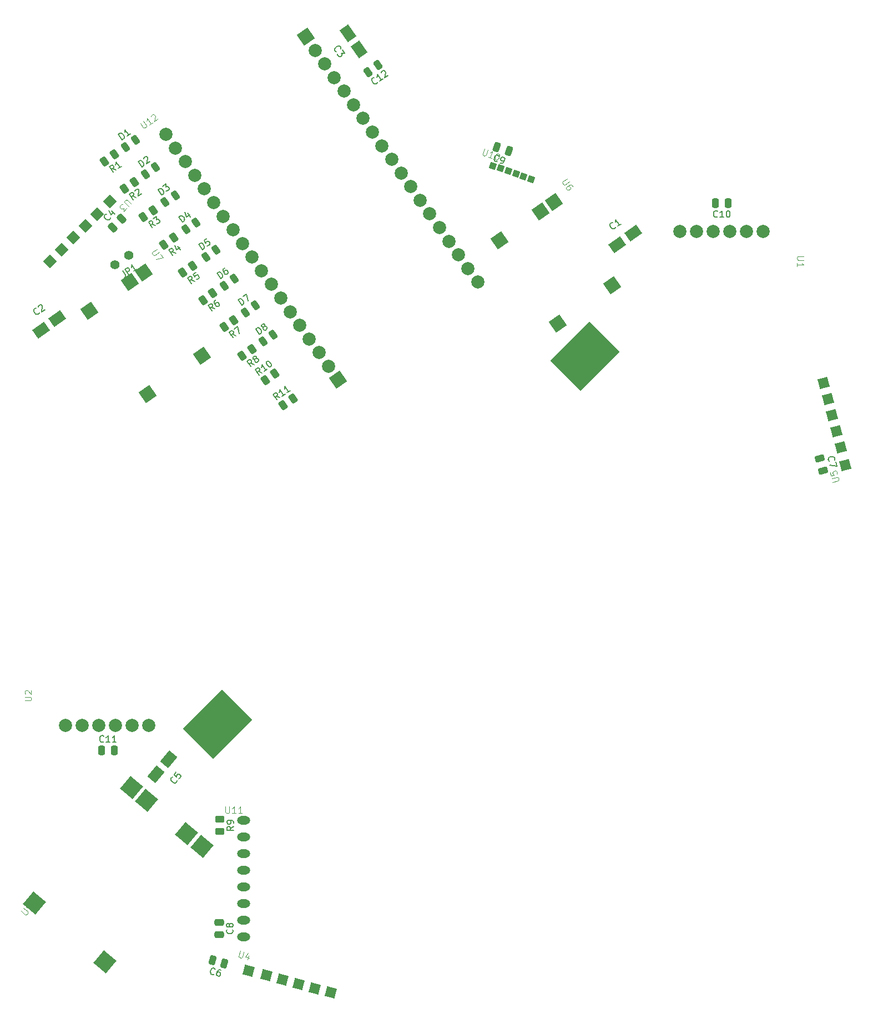
<source format=gbr>
%TF.GenerationSoftware,KiCad,Pcbnew,7.0.9-rc1*%
%TF.CreationDate,2023-11-05T19:21:47+02:00*%
%TF.ProjectId,projectA,70726f6a-6563-4744-912e-6b696361645f,rev?*%
%TF.SameCoordinates,PX5e5c173PY6474d3b*%
%TF.FileFunction,Copper,L1,Top*%
%TF.FilePolarity,Positive*%
%FSLAX46Y46*%
G04 Gerber Fmt 4.6, Leading zero omitted, Abs format (unit mm)*
G04 Created by KiCad (PCBNEW 7.0.9-rc1) date 2023-11-05 19:21:47*
%MOMM*%
%LPD*%
G01*
G04 APERTURE LIST*
G04 Aperture macros list*
%AMRoundRect*
0 Rectangle with rounded corners*
0 $1 Rounding radius*
0 $2 $3 $4 $5 $6 $7 $8 $9 X,Y pos of 4 corners*
0 Add a 4 corners polygon primitive as box body*
4,1,4,$2,$3,$4,$5,$6,$7,$8,$9,$2,$3,0*
0 Add four circle primitives for the rounded corners*
1,1,$1+$1,$2,$3*
1,1,$1+$1,$4,$5*
1,1,$1+$1,$6,$7*
1,1,$1+$1,$8,$9*
0 Add four rect primitives between the rounded corners*
20,1,$1+$1,$2,$3,$4,$5,0*
20,1,$1+$1,$4,$5,$6,$7,0*
20,1,$1+$1,$6,$7,$8,$9,0*
20,1,$1+$1,$8,$9,$2,$3,0*%
%AMRotRect*
0 Rectangle, with rotation*
0 The origin of the aperture is its center*
0 $1 length*
0 $2 width*
0 $3 Rotation angle, in degrees counterclockwise*
0 Add horizontal line*
21,1,$1,$2,0,0,$3*%
G04 Aperture macros list end*
%ADD10C,0.100000*%
%TA.AperFunction,NonConductor*%
%ADD11C,0.100000*%
%TD*%
%ADD12C,0.150000*%
%TA.AperFunction,NonConductor*%
%ADD13C,0.150000*%
%TD*%
%TA.AperFunction,ComponentPad*%
%ADD14O,2.000000X1.300000*%
%TD*%
%TA.AperFunction,SMDPad,CuDef*%
%ADD15RoundRect,0.250000X-0.043082X0.519182X-0.473137X0.218055X0.043082X-0.519182X0.473137X-0.218055X0*%
%TD*%
%TA.AperFunction,ComponentPad*%
%ADD16C,2.000000*%
%TD*%
%TA.AperFunction,SMDPad,CuDef*%
%ADD17RotRect,2.200000X1.600000X125.000000*%
%TD*%
%TA.AperFunction,SMDPad,CuDef*%
%ADD18RotRect,2.200000X1.600000X35.000000*%
%TD*%
%TA.AperFunction,ComponentPad*%
%ADD19RotRect,1.524000X1.524000X225.000000*%
%TD*%
%TA.AperFunction,SMDPad,CuDef*%
%ADD20RotRect,2.200000X1.600000X230.000000*%
%TD*%
%TA.AperFunction,SMDPad,CuDef*%
%ADD21RoundRect,0.250000X-0.067661X0.532491X-0.477237X0.245703X0.067661X-0.532491X0.477237X-0.245703X0*%
%TD*%
%TA.AperFunction,SMDPad,CuDef*%
%ADD22RoundRect,0.243750X0.062026X-0.513547X0.461363X-0.233929X-0.062026X0.513547X-0.461363X0.233929X0*%
%TD*%
%TA.AperFunction,ComponentPad*%
%ADD23RotRect,1.000000X1.000000X341.000000*%
%TD*%
%TA.AperFunction,SMDPad,CuDef*%
%ADD24RoundRect,0.250000X0.250000X0.475000X-0.250000X0.475000X-0.250000X-0.475000X0.250000X-0.475000X0*%
%TD*%
%TA.AperFunction,SMDPad,CuDef*%
%ADD25RoundRect,0.250000X-0.450000X0.262500X-0.450000X-0.262500X0.450000X-0.262500X0.450000X0.262500X0*%
%TD*%
%TA.AperFunction,SMDPad,CuDef*%
%ADD26RoundRect,0.250000X-0.523520X0.118542X-0.394110X-0.364421X0.523520X-0.118542X0.394110X0.364421X0*%
%TD*%
%TA.AperFunction,ComponentPad*%
%ADD27C,1.400000*%
%TD*%
%TA.AperFunction,SMDPad,CuDef*%
%ADD28RoundRect,0.250000X0.391025X0.367729X-0.081735X0.530513X-0.391025X-0.367729X0.081735X-0.530513X0*%
%TD*%
%TA.AperFunction,ComponentPad*%
%ADD29RotRect,2.000000X2.000000X305.000000*%
%TD*%
%TA.AperFunction,SMDPad,CuDef*%
%ADD30RoundRect,0.250000X-0.475000X0.250000X-0.475000X-0.250000X0.475000X-0.250000X0.475000X0.250000X0*%
%TD*%
%TA.AperFunction,SMDPad,CuDef*%
%ADD31RoundRect,0.250000X-0.250000X-0.475000X0.250000X-0.475000X0.250000X0.475000X-0.250000X0.475000X0*%
%TD*%
%TA.AperFunction,ComponentPad*%
%ADD32RotRect,1.524000X1.524000X345.000000*%
%TD*%
%TA.AperFunction,SMDPad,CuDef*%
%ADD33RoundRect,0.250000X0.364421X0.394110X-0.118542X0.523520X-0.364421X-0.394110X0.118542X-0.523520X0*%
%TD*%
%TA.AperFunction,SMDPad,CuDef*%
%ADD34RoundRect,0.250000X0.159099X-0.512652X0.512652X-0.159099X-0.159099X0.512652X-0.512652X0.159099X0*%
%TD*%
%TA.AperFunction,SMDPad,CuDef*%
%ADD35RoundRect,0.250000X0.043082X-0.519182X0.473137X-0.218055X-0.043082X0.519182X-0.473137X0.218055X0*%
%TD*%
%TA.AperFunction,SMDPad,CuDef*%
%ADD36RotRect,8.460000X6.470000X45.000000*%
%TD*%
%TA.AperFunction,ComponentPad*%
%ADD37RotRect,2.500000X2.500000X50.000000*%
%TD*%
%TA.AperFunction,ComponentPad*%
%ADD38RotRect,1.524000X1.524000X105.000000*%
%TD*%
%TA.AperFunction,ComponentPad*%
%ADD39RotRect,2.000000X2.000000X35.000000*%
%TD*%
G04 APERTURE END LIST*
D10*
D11*
X-26821501Y-39810371D02*
X-26821501Y-40619894D01*
X-26821501Y-40619894D02*
X-26773882Y-40715132D01*
X-26773882Y-40715132D02*
X-26726263Y-40762752D01*
X-26726263Y-40762752D02*
X-26631025Y-40810371D01*
X-26631025Y-40810371D02*
X-26440549Y-40810371D01*
X-26440549Y-40810371D02*
X-26345311Y-40762752D01*
X-26345311Y-40762752D02*
X-26297692Y-40715132D01*
X-26297692Y-40715132D02*
X-26250073Y-40619894D01*
X-26250073Y-40619894D02*
X-26250073Y-39810371D01*
X-25250073Y-40810371D02*
X-25821501Y-40810371D01*
X-25535787Y-40810371D02*
X-25535787Y-39810371D01*
X-25535787Y-39810371D02*
X-25631025Y-39953228D01*
X-25631025Y-39953228D02*
X-25726263Y-40048466D01*
X-25726263Y-40048466D02*
X-25821501Y-40096085D01*
X-24297692Y-40810371D02*
X-24869120Y-40810371D01*
X-24583406Y-40810371D02*
X-24583406Y-39810371D01*
X-24583406Y-39810371D02*
X-24678644Y-39953228D01*
X-24678644Y-39953228D02*
X-24773882Y-40048466D01*
X-24773882Y-40048466D02*
X-24869120Y-40096085D01*
D12*
D13*
X-34435122Y44629749D02*
X-34981304Y44828629D01*
X-34903209Y44301991D02*
X-35476785Y45121143D01*
X-35476785Y45121143D02*
X-35164727Y45339648D01*
X-35164727Y45339648D02*
X-35059400Y45355267D01*
X-35059400Y45355267D02*
X-34993079Y45343573D01*
X-34993079Y45343573D02*
X-34899446Y45292872D01*
X-34899446Y45292872D02*
X-34817506Y45175850D01*
X-34817506Y45175850D02*
X-34801887Y45070522D01*
X-34801887Y45070522D02*
X-34813581Y45004202D01*
X-34813581Y45004202D02*
X-34864283Y44910568D01*
X-34864283Y44910568D02*
X-35176340Y44692063D01*
X-34115376Y45667487D02*
X-33732992Y45121386D01*
X-34528917Y45842979D02*
X-34314256Y45121305D01*
X-34314256Y45121305D02*
X-33807162Y45476376D01*
D10*
D11*
X61369233Y44138028D02*
X60559710Y44138028D01*
X60559710Y44138028D02*
X60464472Y44090409D01*
X60464472Y44090409D02*
X60416853Y44042790D01*
X60416853Y44042790D02*
X60369233Y43947552D01*
X60369233Y43947552D02*
X60369233Y43757076D01*
X60369233Y43757076D02*
X60416853Y43661838D01*
X60416853Y43661838D02*
X60464472Y43614219D01*
X60464472Y43614219D02*
X60559710Y43566600D01*
X60559710Y43566600D02*
X61369233Y43566600D01*
X60369233Y42566600D02*
X60369233Y43138028D01*
X60369233Y42852314D02*
X61369233Y42852314D01*
X61369233Y42852314D02*
X61226376Y42947552D01*
X61226376Y42947552D02*
X61131138Y43042790D01*
X61131138Y43042790D02*
X61083519Y43138028D01*
D12*
D13*
X-9915206Y75337745D02*
X-9981526Y75349439D01*
X-9981526Y75349439D02*
X-10102473Y75439148D01*
X-10102473Y75439148D02*
X-10157099Y75517162D01*
X-10157099Y75517162D02*
X-10200031Y75661497D01*
X-10200031Y75661497D02*
X-10176643Y75794138D01*
X-10176643Y75794138D02*
X-10125942Y75887772D01*
X-10125942Y75887772D02*
X-9997226Y76036032D01*
X-9997226Y76036032D02*
X-9880204Y76117971D01*
X-9880204Y76117971D02*
X-9696862Y76188216D01*
X-9696862Y76188216D02*
X-9591535Y76203836D01*
X-9591535Y76203836D02*
X-9458894Y76180447D01*
X-9458894Y76180447D02*
X-9337947Y76090739D01*
X-9337947Y76090739D02*
X-9283321Y76012724D01*
X-9283321Y76012724D02*
X-9240389Y75868389D01*
X-9240389Y75868389D02*
X-9252083Y75802069D01*
X-8982876Y75583645D02*
X-8627805Y75076551D01*
X-8627805Y75076551D02*
X-9131055Y75131096D01*
X-9131055Y75131096D02*
X-9049116Y75014074D01*
X-9049116Y75014074D02*
X-9033496Y74908747D01*
X-9033496Y74908747D02*
X-9045191Y74842426D01*
X-9045191Y74842426D02*
X-9095892Y74748793D01*
X-9095892Y74748793D02*
X-9290928Y74612227D01*
X-9290928Y74612227D02*
X-9396256Y74596608D01*
X-9396256Y74596608D02*
X-9462576Y74608302D01*
X-9462576Y74608302D02*
X-9556210Y74659003D01*
X-9556210Y74659003D02*
X-9720089Y74893047D01*
X-9720089Y74893047D02*
X-9735708Y74998374D01*
X-9735708Y74998374D02*
X-9724014Y75064695D01*
D12*
D13*
X-55242281Y35557687D02*
X-55253975Y35491367D01*
X-55253975Y35491367D02*
X-55343684Y35370420D01*
X-55343684Y35370420D02*
X-55421698Y35315794D01*
X-55421698Y35315794D02*
X-55566033Y35272862D01*
X-55566033Y35272862D02*
X-55698674Y35296250D01*
X-55698674Y35296250D02*
X-55792308Y35346951D01*
X-55792308Y35346951D02*
X-55940568Y35475667D01*
X-55940568Y35475667D02*
X-56022507Y35592689D01*
X-56022507Y35592689D02*
X-56092752Y35776031D01*
X-56092752Y35776031D02*
X-56108372Y35881358D01*
X-56108372Y35881358D02*
X-56084983Y36013999D01*
X-56084983Y36013999D02*
X-55995275Y36134946D01*
X-55995275Y36134946D02*
X-55917260Y36189572D01*
X-55917260Y36189572D02*
X-55772925Y36232504D01*
X-55772925Y36232504D02*
X-55706605Y36220810D01*
X-55394547Y36439316D02*
X-55382853Y36505636D01*
X-55382853Y36505636D02*
X-55332152Y36599270D01*
X-55332152Y36599270D02*
X-55137116Y36735835D01*
X-55137116Y36735835D02*
X-55031788Y36751454D01*
X-55031788Y36751454D02*
X-54965468Y36739760D01*
X-54965468Y36739760D02*
X-54871834Y36689059D01*
X-54871834Y36689059D02*
X-54817208Y36611045D01*
X-54817208Y36611045D02*
X-54774275Y36466710D01*
X-54774275Y36466710D02*
X-54914604Y35670865D01*
X-54914604Y35670865D02*
X-54407510Y36025936D01*
D10*
D11*
X-41220939Y52128839D02*
X-41793359Y52701259D01*
X-41793359Y52701259D02*
X-41894374Y52734930D01*
X-41894374Y52734930D02*
X-41961717Y52734930D01*
X-41961717Y52734930D02*
X-42062733Y52701259D01*
X-42062733Y52701259D02*
X-42197420Y52566572D01*
X-42197420Y52566572D02*
X-42231091Y52465556D01*
X-42231091Y52465556D02*
X-42231091Y52398213D01*
X-42231091Y52398213D02*
X-42197420Y52297198D01*
X-42197420Y52297198D02*
X-41625000Y51724778D01*
X-41894374Y51455404D02*
X-42332107Y51017671D01*
X-42332107Y51017671D02*
X-42365778Y51522747D01*
X-42365778Y51522747D02*
X-42466794Y51421732D01*
X-42466794Y51421732D02*
X-42567809Y51388060D01*
X-42567809Y51388060D02*
X-42635152Y51388060D01*
X-42635152Y51388060D02*
X-42736168Y51421732D01*
X-42736168Y51421732D02*
X-42904526Y51590091D01*
X-42904526Y51590091D02*
X-42938198Y51691106D01*
X-42938198Y51691106D02*
X-42938198Y51758450D01*
X-42938198Y51758450D02*
X-42904526Y51859465D01*
X-42904526Y51859465D02*
X-42702496Y52061495D01*
X-42702496Y52061495D02*
X-42601481Y52095167D01*
X-42601481Y52095167D02*
X-42534137Y52095167D01*
D12*
D13*
X-34246703Y-35828211D02*
X-34240834Y-35895299D01*
X-34240834Y-35895299D02*
X-34296183Y-36035342D01*
X-34296183Y-36035342D02*
X-34357400Y-36108299D01*
X-34357400Y-36108299D02*
X-34485706Y-36187125D01*
X-34485706Y-36187125D02*
X-34619880Y-36198864D01*
X-34619880Y-36198864D02*
X-34723446Y-36174124D01*
X-34723446Y-36174124D02*
X-34899968Y-36088167D01*
X-34899968Y-36088167D02*
X-35009403Y-35996340D01*
X-35009403Y-35996340D02*
X-35124707Y-35837426D01*
X-35124707Y-35837426D02*
X-35167055Y-35739730D01*
X-35167055Y-35739730D02*
X-35178793Y-35605555D01*
X-35178793Y-35605555D02*
X-35123445Y-35465511D01*
X-35123445Y-35465511D02*
X-35062227Y-35392555D01*
X-35062227Y-35392555D02*
X-34933922Y-35313729D01*
X-34933922Y-35313729D02*
X-34866835Y-35307860D01*
X-34358222Y-34553554D02*
X-34664311Y-34918337D01*
X-34664311Y-34918337D02*
X-34330137Y-35260905D01*
X-34330137Y-35260905D02*
X-34336006Y-35193817D01*
X-34336006Y-35193817D02*
X-34311267Y-35090252D01*
X-34311267Y-35090252D02*
X-34158222Y-34907860D01*
X-34158222Y-34907860D02*
X-34060526Y-34865513D01*
X-34060526Y-34865513D02*
X-33993438Y-34859643D01*
X-33993438Y-34859643D02*
X-33889873Y-34884383D01*
X-33889873Y-34884383D02*
X-33707481Y-35037427D01*
X-33707481Y-35037427D02*
X-33665134Y-35135124D01*
X-33665134Y-35135124D02*
X-33659264Y-35202211D01*
X-33659264Y-35202211D02*
X-33684004Y-35305776D01*
X-33684004Y-35305776D02*
X-33837049Y-35488168D01*
X-33837049Y-35488168D02*
X-33934745Y-35530516D01*
X-33934745Y-35530516D02*
X-34001832Y-35536385D01*
D12*
D13*
X-3670090Y70726669D02*
X-3681784Y70660349D01*
X-3681784Y70660349D02*
X-3771493Y70539402D01*
X-3771493Y70539402D02*
X-3849507Y70484776D01*
X-3849507Y70484776D02*
X-3993842Y70441844D01*
X-3993842Y70441844D02*
X-4126483Y70465232D01*
X-4126483Y70465232D02*
X-4220116Y70515933D01*
X-4220116Y70515933D02*
X-4368376Y70644649D01*
X-4368376Y70644649D02*
X-4450316Y70761671D01*
X-4450316Y70761671D02*
X-4520561Y70945013D01*
X-4520561Y70945013D02*
X-4536180Y71050340D01*
X-4536180Y71050340D02*
X-4512792Y71182981D01*
X-4512792Y71182981D02*
X-4423084Y71303928D01*
X-4423084Y71303928D02*
X-4345069Y71358554D01*
X-4345069Y71358554D02*
X-4200734Y71401486D01*
X-4200734Y71401486D02*
X-4134414Y71389792D01*
X-2835319Y71194918D02*
X-3303406Y70867160D01*
X-3069362Y71031039D02*
X-3642939Y71850191D01*
X-3642939Y71850191D02*
X-3639014Y71678543D01*
X-3639014Y71678543D02*
X-3662402Y71545902D01*
X-3662402Y71545902D02*
X-3713103Y71452269D01*
X-3042211Y72154561D02*
X-3030517Y72220881D01*
X-3030517Y72220881D02*
X-2979816Y72314515D01*
X-2979816Y72314515D02*
X-2784780Y72451081D01*
X-2784780Y72451081D02*
X-2679452Y72466700D01*
X-2679452Y72466700D02*
X-2613131Y72455006D01*
X-2613131Y72455006D02*
X-2519498Y72404304D01*
X-2519498Y72404304D02*
X-2464872Y72326290D01*
X-2464872Y72326290D02*
X-2421939Y72181955D01*
X-2421939Y72181955D02*
X-2562268Y71386110D01*
X-2562268Y71386110D02*
X-2055174Y71741181D01*
D12*
D13*
X-21653487Y32241805D02*
X-22227063Y33060957D01*
X-22227063Y33060957D02*
X-22032027Y33197523D01*
X-22032027Y33197523D02*
X-21887692Y33240455D01*
X-21887692Y33240455D02*
X-21755051Y33217067D01*
X-21755051Y33217067D02*
X-21661418Y33166365D01*
X-21661418Y33166365D02*
X-21513158Y33037650D01*
X-21513158Y33037650D02*
X-21431218Y32920628D01*
X-21431218Y32920628D02*
X-21360973Y32737286D01*
X-21360973Y32737286D02*
X-21345354Y32631958D01*
X-21345354Y32631958D02*
X-21368742Y32499317D01*
X-21368742Y32499317D02*
X-21458451Y32378371D01*
X-21458451Y32378371D02*
X-21653487Y32241805D01*
X-21045071Y33365408D02*
X-21150399Y33349789D01*
X-21150399Y33349789D02*
X-21216719Y33361483D01*
X-21216719Y33361483D02*
X-21310353Y33412184D01*
X-21310353Y33412184D02*
X-21337666Y33451191D01*
X-21337666Y33451191D02*
X-21353285Y33556519D01*
X-21353285Y33556519D02*
X-21341591Y33622839D01*
X-21341591Y33622839D02*
X-21290890Y33716473D01*
X-21290890Y33716473D02*
X-21134861Y33825725D01*
X-21134861Y33825725D02*
X-21029533Y33841344D01*
X-21029533Y33841344D02*
X-20963213Y33829650D01*
X-20963213Y33829650D02*
X-20869579Y33778949D01*
X-20869579Y33778949D02*
X-20842266Y33739942D01*
X-20842266Y33739942D02*
X-20826647Y33634614D01*
X-20826647Y33634614D02*
X-20838341Y33568294D01*
X-20838341Y33568294D02*
X-20889042Y33474660D01*
X-20889042Y33474660D02*
X-21045071Y33365408D01*
X-21045071Y33365408D02*
X-21095772Y33271774D01*
X-21095772Y33271774D02*
X-21107466Y33205454D01*
X-21107466Y33205454D02*
X-21091847Y33100126D01*
X-21091847Y33100126D02*
X-20982595Y32944097D01*
X-20982595Y32944097D02*
X-20888961Y32893396D01*
X-20888961Y32893396D02*
X-20822641Y32881702D01*
X-20822641Y32881702D02*
X-20717313Y32897321D01*
X-20717313Y32897321D02*
X-20561284Y33006573D01*
X-20561284Y33006573D02*
X-20510583Y33100207D01*
X-20510583Y33100207D02*
X-20498889Y33166527D01*
X-20498889Y33166527D02*
X-20514508Y33271855D01*
X-20514508Y33271855D02*
X-20623760Y33427884D01*
X-20623760Y33427884D02*
X-20717394Y33478585D01*
X-20717394Y33478585D02*
X-20783714Y33490279D01*
X-20783714Y33490279D02*
X-20889042Y33474660D01*
D10*
D11*
X-57465928Y-23635781D02*
X-56656405Y-23635781D01*
X-56656405Y-23635781D02*
X-56561167Y-23588162D01*
X-56561167Y-23588162D02*
X-56513547Y-23540543D01*
X-56513547Y-23540543D02*
X-56465928Y-23445305D01*
X-56465928Y-23445305D02*
X-56465928Y-23254829D01*
X-56465928Y-23254829D02*
X-56513547Y-23159591D01*
X-56513547Y-23159591D02*
X-56561167Y-23111972D01*
X-56561167Y-23111972D02*
X-56656405Y-23064353D01*
X-56656405Y-23064353D02*
X-57465928Y-23064353D01*
X-57370690Y-22635781D02*
X-57418309Y-22588162D01*
X-57418309Y-22588162D02*
X-57465928Y-22492924D01*
X-57465928Y-22492924D02*
X-57465928Y-22254829D01*
X-57465928Y-22254829D02*
X-57418309Y-22159591D01*
X-57418309Y-22159591D02*
X-57370690Y-22111972D01*
X-57370690Y-22111972D02*
X-57275452Y-22064353D01*
X-57275452Y-22064353D02*
X-57180214Y-22064353D01*
X-57180214Y-22064353D02*
X-57037357Y-22111972D01*
X-57037357Y-22111972D02*
X-56465928Y-22683400D01*
X-56465928Y-22683400D02*
X-56465928Y-22064353D01*
D10*
D11*
X12658901Y60551841D02*
X12395346Y59786421D01*
X12395346Y59786421D02*
X12409364Y59680869D01*
X12409364Y59680869D02*
X12438885Y59620341D01*
X12438885Y59620341D02*
X12513432Y59544310D01*
X12513432Y59544310D02*
X12693530Y59482297D01*
X12693530Y59482297D02*
X12799083Y59496315D01*
X12799083Y59496315D02*
X12859611Y59525836D01*
X12859611Y59525836D02*
X12935642Y59600382D01*
X12935642Y59600382D02*
X13199197Y60365802D01*
X13819148Y59094715D02*
X13278851Y59280754D01*
X13549000Y59187735D02*
X13874568Y60133253D01*
X13874568Y60133253D02*
X13738009Y60029186D01*
X13738009Y60029186D02*
X13616953Y59970143D01*
X13616953Y59970143D02*
X13511400Y59956125D01*
X14730037Y59838692D02*
X14820086Y59807685D01*
X14820086Y59807685D02*
X14894632Y59731654D01*
X14894632Y59731654D02*
X14924154Y59671126D01*
X14924154Y59671126D02*
X14938172Y59565574D01*
X14938172Y59565574D02*
X14921184Y59369972D01*
X14921184Y59369972D02*
X14843668Y59144848D01*
X14843668Y59144848D02*
X14736630Y58980253D01*
X14736630Y58980253D02*
X14660599Y58905706D01*
X14660599Y58905706D02*
X14600071Y58876185D01*
X14600071Y58876185D02*
X14494518Y58862167D01*
X14494518Y58862167D02*
X14404469Y58893173D01*
X14404469Y58893173D02*
X14329923Y58969204D01*
X14329923Y58969204D02*
X14300401Y59029732D01*
X14300401Y59029732D02*
X14286383Y59135285D01*
X14286383Y59135285D02*
X14303371Y59330887D01*
X14303371Y59330887D02*
X14380887Y59556010D01*
X14380887Y59556010D02*
X14487925Y59720606D01*
X14487925Y59720606D02*
X14563956Y59795152D01*
X14563956Y59795152D02*
X14624484Y59824674D01*
X14624484Y59824674D02*
X14730037Y59838692D01*
D12*
D13*
X-40452598Y53116361D02*
X-40998780Y53315241D01*
X-40920685Y52788603D02*
X-41494261Y53607755D01*
X-41494261Y53607755D02*
X-41182203Y53826260D01*
X-41182203Y53826260D02*
X-41076876Y53841879D01*
X-41076876Y53841879D02*
X-41010555Y53830185D01*
X-41010555Y53830185D02*
X-40916922Y53779484D01*
X-40916922Y53779484D02*
X-40834982Y53662462D01*
X-40834982Y53662462D02*
X-40819363Y53557134D01*
X-40819363Y53557134D02*
X-40831057Y53490814D01*
X-40831057Y53490814D02*
X-40881759Y53397180D01*
X-40881759Y53397180D02*
X-41193816Y53178675D01*
X-40659490Y54076004D02*
X-40647796Y54142324D01*
X-40647796Y54142324D02*
X-40597095Y54235958D01*
X-40597095Y54235958D02*
X-40402059Y54372523D01*
X-40402059Y54372523D02*
X-40296731Y54388142D01*
X-40296731Y54388142D02*
X-40230411Y54376448D01*
X-40230411Y54376448D02*
X-40136777Y54325747D01*
X-40136777Y54325747D02*
X-40082151Y54247733D01*
X-40082151Y54247733D02*
X-40039218Y54103398D01*
X-40039218Y54103398D02*
X-40179547Y53307553D01*
X-40179547Y53307553D02*
X-39672453Y53662624D01*
D12*
D13*
X48233795Y50186543D02*
X48186176Y50138923D01*
X48186176Y50138923D02*
X48043319Y50091304D01*
X48043319Y50091304D02*
X47948081Y50091304D01*
X47948081Y50091304D02*
X47805224Y50138923D01*
X47805224Y50138923D02*
X47709986Y50234162D01*
X47709986Y50234162D02*
X47662367Y50329400D01*
X47662367Y50329400D02*
X47614748Y50519876D01*
X47614748Y50519876D02*
X47614748Y50662733D01*
X47614748Y50662733D02*
X47662367Y50853209D01*
X47662367Y50853209D02*
X47709986Y50948447D01*
X47709986Y50948447D02*
X47805224Y51043685D01*
X47805224Y51043685D02*
X47948081Y51091304D01*
X47948081Y51091304D02*
X48043319Y51091304D01*
X48043319Y51091304D02*
X48186176Y51043685D01*
X48186176Y51043685D02*
X48233795Y50996066D01*
X49186176Y50091304D02*
X48614748Y50091304D01*
X48900462Y50091304D02*
X48900462Y51091304D01*
X48900462Y51091304D02*
X48805224Y50948447D01*
X48805224Y50948447D02*
X48709986Y50853209D01*
X48709986Y50853209D02*
X48614748Y50805590D01*
X49805224Y51091304D02*
X49900462Y51091304D01*
X49900462Y51091304D02*
X49995700Y51043685D01*
X49995700Y51043685D02*
X50043319Y50996066D01*
X50043319Y50996066D02*
X50090938Y50900828D01*
X50090938Y50900828D02*
X50138557Y50710352D01*
X50138557Y50710352D02*
X50138557Y50472257D01*
X50138557Y50472257D02*
X50090938Y50281781D01*
X50090938Y50281781D02*
X50043319Y50186543D01*
X50043319Y50186543D02*
X49995700Y50138923D01*
X49995700Y50138923D02*
X49900462Y50091304D01*
X49900462Y50091304D02*
X49805224Y50091304D01*
X49805224Y50091304D02*
X49709986Y50138923D01*
X49709986Y50138923D02*
X49662367Y50186543D01*
X49662367Y50186543D02*
X49614748Y50281781D01*
X49614748Y50281781D02*
X49567129Y50472257D01*
X49567129Y50472257D02*
X49567129Y50710352D01*
X49567129Y50710352D02*
X49614748Y50900828D01*
X49614748Y50900828D02*
X49662367Y50996066D01*
X49662367Y50996066D02*
X49709986Y51043685D01*
X49709986Y51043685D02*
X49805224Y51091304D01*
D12*
D13*
X-25245122Y32049749D02*
X-25791304Y32248629D01*
X-25713209Y31721991D02*
X-26286785Y32541143D01*
X-26286785Y32541143D02*
X-25974727Y32759648D01*
X-25974727Y32759648D02*
X-25869400Y32775267D01*
X-25869400Y32775267D02*
X-25803079Y32763573D01*
X-25803079Y32763573D02*
X-25709446Y32712872D01*
X-25709446Y32712872D02*
X-25627506Y32595850D01*
X-25627506Y32595850D02*
X-25611887Y32490522D01*
X-25611887Y32490522D02*
X-25623581Y32424202D01*
X-25623581Y32424202D02*
X-25674283Y32330568D01*
X-25674283Y32330568D02*
X-25986340Y32112063D01*
X-25545648Y33060093D02*
X-24999546Y33442477D01*
X-24999546Y33442477D02*
X-24777035Y32377507D01*
D12*
D13*
X-25608528Y-42833043D02*
X-26084719Y-43166376D01*
X-25608528Y-43404471D02*
X-26608528Y-43404471D01*
X-26608528Y-43404471D02*
X-26608528Y-43023519D01*
X-26608528Y-43023519D02*
X-26560909Y-42928281D01*
X-26560909Y-42928281D02*
X-26513290Y-42880662D01*
X-26513290Y-42880662D02*
X-26418052Y-42833043D01*
X-26418052Y-42833043D02*
X-26275195Y-42833043D01*
X-26275195Y-42833043D02*
X-26179957Y-42880662D01*
X-26179957Y-42880662D02*
X-26132338Y-42928281D01*
X-26132338Y-42928281D02*
X-26084719Y-43023519D01*
X-26084719Y-43023519D02*
X-26084719Y-43404471D01*
X-25608528Y-42356852D02*
X-25608528Y-42166376D01*
X-25608528Y-42166376D02*
X-25656147Y-42071138D01*
X-25656147Y-42071138D02*
X-25703767Y-42023519D01*
X-25703767Y-42023519D02*
X-25846624Y-41928281D01*
X-25846624Y-41928281D02*
X-26037100Y-41880662D01*
X-26037100Y-41880662D02*
X-26418052Y-41880662D01*
X-26418052Y-41880662D02*
X-26513290Y-41928281D01*
X-26513290Y-41928281D02*
X-26560909Y-41975900D01*
X-26560909Y-41975900D02*
X-26608528Y-42071138D01*
X-26608528Y-42071138D02*
X-26608528Y-42261614D01*
X-26608528Y-42261614D02*
X-26560909Y-42356852D01*
X-26560909Y-42356852D02*
X-26513290Y-42404471D01*
X-26513290Y-42404471D02*
X-26418052Y-42452090D01*
X-26418052Y-42452090D02*
X-26179957Y-42452090D01*
X-26179957Y-42452090D02*
X-26084719Y-42404471D01*
X-26084719Y-42404471D02*
X-26037100Y-42356852D01*
X-26037100Y-42356852D02*
X-25989481Y-42261614D01*
X-25989481Y-42261614D02*
X-25989481Y-42071138D01*
X-25989481Y-42071138D02*
X-26037100Y-41975900D01*
X-26037100Y-41975900D02*
X-26084719Y-41928281D01*
X-26084719Y-41928281D02*
X-26179957Y-41880662D01*
D12*
D13*
X-39581071Y57744834D02*
X-40154647Y58563986D01*
X-40154647Y58563986D02*
X-39959611Y58700552D01*
X-39959611Y58700552D02*
X-39815276Y58743484D01*
X-39815276Y58743484D02*
X-39682635Y58720096D01*
X-39682635Y58720096D02*
X-39589002Y58669394D01*
X-39589002Y58669394D02*
X-39440742Y58540679D01*
X-39440742Y58540679D02*
X-39358802Y58423657D01*
X-39358802Y58423657D02*
X-39288557Y58240315D01*
X-39288557Y58240315D02*
X-39272938Y58134987D01*
X-39272938Y58134987D02*
X-39296326Y58002346D01*
X-39296326Y58002346D02*
X-39386035Y57881400D01*
X-39386035Y57881400D02*
X-39581071Y57744834D01*
X-39319876Y59032235D02*
X-39308182Y59098555D01*
X-39308182Y59098555D02*
X-39257481Y59192189D01*
X-39257481Y59192189D02*
X-39062445Y59328754D01*
X-39062445Y59328754D02*
X-38957117Y59344373D01*
X-38957117Y59344373D02*
X-38890797Y59332679D01*
X-38890797Y59332679D02*
X-38797163Y59281978D01*
X-38797163Y59281978D02*
X-38742537Y59203964D01*
X-38742537Y59203964D02*
X-38699604Y59059629D01*
X-38699604Y59059629D02*
X-38839933Y58263784D01*
X-38839933Y58263784D02*
X-38332839Y58618855D01*
D12*
D13*
X65288943Y12848860D02*
X65230621Y12882532D01*
X65230621Y12882532D02*
X65147651Y13008197D01*
X65147651Y13008197D02*
X65123001Y13100190D01*
X65123001Y13100190D02*
X65132024Y13250504D01*
X65132024Y13250504D02*
X65199367Y13367146D01*
X65199367Y13367146D02*
X65279035Y13437792D01*
X65279035Y13437792D02*
X65450697Y13533087D01*
X65450697Y13533087D02*
X65588686Y13570062D01*
X65588686Y13570062D02*
X65784997Y13573364D01*
X65784997Y13573364D02*
X65889314Y13552017D01*
X65889314Y13552017D02*
X66005957Y13484673D01*
X66005957Y13484673D02*
X66088927Y13359009D01*
X66088927Y13359009D02*
X66113577Y13267016D01*
X66113577Y13267016D02*
X66104554Y13116702D01*
X66104554Y13116702D02*
X66070883Y13058380D01*
X66249148Y12761055D02*
X66421695Y12117104D01*
X66421695Y12117104D02*
X65344846Y12272253D01*
D12*
D13*
X-27573487Y40741805D02*
X-28147063Y41560957D01*
X-28147063Y41560957D02*
X-27952027Y41697523D01*
X-27952027Y41697523D02*
X-27807692Y41740455D01*
X-27807692Y41740455D02*
X-27675051Y41717067D01*
X-27675051Y41717067D02*
X-27581418Y41666365D01*
X-27581418Y41666365D02*
X-27433158Y41537650D01*
X-27433158Y41537650D02*
X-27351218Y41420628D01*
X-27351218Y41420628D02*
X-27280973Y41237286D01*
X-27280973Y41237286D02*
X-27265354Y41131958D01*
X-27265354Y41131958D02*
X-27288742Y40999317D01*
X-27288742Y40999317D02*
X-27378451Y40878371D01*
X-27378451Y40878371D02*
X-27573487Y40741805D01*
X-26976846Y42380352D02*
X-27132875Y42271099D01*
X-27132875Y42271099D02*
X-27183576Y42177466D01*
X-27183576Y42177466D02*
X-27195270Y42111145D01*
X-27195270Y42111145D02*
X-27191345Y41939497D01*
X-27191345Y41939497D02*
X-27121100Y41756155D01*
X-27121100Y41756155D02*
X-26902595Y41444097D01*
X-26902595Y41444097D02*
X-26808961Y41393396D01*
X-26808961Y41393396D02*
X-26742641Y41381702D01*
X-26742641Y41381702D02*
X-26637313Y41397321D01*
X-26637313Y41397321D02*
X-26481284Y41506573D01*
X-26481284Y41506573D02*
X-26430583Y41600207D01*
X-26430583Y41600207D02*
X-26418889Y41666527D01*
X-26418889Y41666527D02*
X-26434508Y41771855D01*
X-26434508Y41771855D02*
X-26571074Y41966891D01*
X-26571074Y41966891D02*
X-26664707Y42017592D01*
X-26664707Y42017592D02*
X-26731028Y42029287D01*
X-26731028Y42029287D02*
X-26836355Y42013667D01*
X-26836355Y42013667D02*
X-26992384Y41904415D01*
X-26992384Y41904415D02*
X-27043086Y41810781D01*
X-27043086Y41810781D02*
X-27054780Y41744461D01*
X-27054780Y41744461D02*
X-27039161Y41639133D01*
D12*
D13*
X-42593487Y61931805D02*
X-43167063Y62750957D01*
X-43167063Y62750957D02*
X-42972027Y62887523D01*
X-42972027Y62887523D02*
X-42827692Y62930455D01*
X-42827692Y62930455D02*
X-42695051Y62907067D01*
X-42695051Y62907067D02*
X-42601418Y62856365D01*
X-42601418Y62856365D02*
X-42453158Y62727650D01*
X-42453158Y62727650D02*
X-42371218Y62610628D01*
X-42371218Y62610628D02*
X-42300973Y62427286D01*
X-42300973Y62427286D02*
X-42285354Y62321958D01*
X-42285354Y62321958D02*
X-42308742Y62189317D01*
X-42308742Y62189317D02*
X-42398451Y62068371D01*
X-42398451Y62068371D02*
X-42593487Y61931805D01*
X-41345255Y62805826D02*
X-41813342Y62478068D01*
X-41579299Y62641947D02*
X-42152875Y63461099D01*
X-42152875Y63461099D02*
X-42148950Y63289451D01*
X-42148950Y63289451D02*
X-42172338Y63156810D01*
X-42172338Y63156810D02*
X-42223039Y63063177D01*
D12*
D13*
X-42532482Y41877746D02*
X-42122785Y41292638D01*
X-42122785Y41292638D02*
X-42079853Y41148303D01*
X-42079853Y41148303D02*
X-42103241Y41015662D01*
X-42103241Y41015662D02*
X-42192949Y40894715D01*
X-42192949Y40894715D02*
X-42270964Y40840089D01*
X-41568833Y41331726D02*
X-42142410Y42150878D01*
X-42142410Y42150878D02*
X-41830352Y42369383D01*
X-41830352Y42369383D02*
X-41725024Y42385002D01*
X-41725024Y42385002D02*
X-41658704Y42373308D01*
X-41658704Y42373308D02*
X-41565070Y42322607D01*
X-41565070Y42322607D02*
X-41483131Y42205585D01*
X-41483131Y42205585D02*
X-41467512Y42100258D01*
X-41467512Y42100258D02*
X-41479206Y42033937D01*
X-41479206Y42033937D02*
X-41529907Y41940304D01*
X-41529907Y41940304D02*
X-41841965Y41721798D01*
X-40320602Y42205747D02*
X-40788688Y41877989D01*
X-40554645Y42041868D02*
X-41128221Y42861020D01*
X-41128221Y42861020D02*
X-41124296Y42689372D01*
X-41124296Y42689372D02*
X-41147685Y42556731D01*
X-41147685Y42556731D02*
X-41198386Y42463098D01*
D12*
D13*
X14645044Y58621923D02*
X14584516Y58592402D01*
X14584516Y58592402D02*
X14433939Y58593887D01*
X14433939Y58593887D02*
X14343890Y58624893D01*
X14343890Y58624893D02*
X14224319Y58716428D01*
X14224319Y58716428D02*
X14165276Y58837484D01*
X14165276Y58837484D02*
X14151258Y58943036D01*
X14151258Y58943036D02*
X14168246Y59138638D01*
X14168246Y59138638D02*
X14214756Y59273712D01*
X14214756Y59273712D02*
X14321794Y59438308D01*
X14321794Y59438308D02*
X14397825Y59512854D01*
X14397825Y59512854D02*
X14518881Y59571897D01*
X14518881Y59571897D02*
X14669458Y59570412D01*
X14669458Y59570412D02*
X14759507Y59539405D01*
X14759507Y59539405D02*
X14879078Y59447871D01*
X14879078Y59447871D02*
X14908600Y59387343D01*
X15064285Y58376841D02*
X15244384Y58314828D01*
X15244384Y58314828D02*
X15349936Y58328847D01*
X15349936Y58328847D02*
X15410464Y58358368D01*
X15410464Y58358368D02*
X15547023Y58462436D01*
X15547023Y58462436D02*
X15654061Y58627031D01*
X15654061Y58627031D02*
X15778087Y58987229D01*
X15778087Y58987229D02*
X15764069Y59092781D01*
X15764069Y59092781D02*
X15734547Y59153309D01*
X15734547Y59153309D02*
X15660001Y59229340D01*
X15660001Y59229340D02*
X15479902Y59291353D01*
X15479902Y59291353D02*
X15374350Y59277335D01*
X15374350Y59277335D02*
X15313822Y59247814D01*
X15313822Y59247814D02*
X15237791Y59173268D01*
X15237791Y59173268D02*
X15160274Y58948144D01*
X15160274Y58948144D02*
X15174293Y58842592D01*
X15174293Y58842592D02*
X15203814Y58782064D01*
X15203814Y58782064D02*
X15278360Y58706032D01*
X15278360Y58706032D02*
X15458459Y58644019D01*
X15458459Y58644019D02*
X15564012Y58658038D01*
X15564012Y58658038D02*
X15624540Y58687559D01*
X15624540Y58687559D02*
X15700571Y58762105D01*
D10*
D11*
X-37291393Y45249961D02*
X-37954516Y44785637D01*
X-37954516Y44785637D02*
X-38005217Y44692004D01*
X-38005217Y44692004D02*
X-38016911Y44625683D01*
X-38016911Y44625683D02*
X-38001292Y44520356D01*
X-38001292Y44520356D02*
X-37892040Y44364327D01*
X-37892040Y44364327D02*
X-37798406Y44313625D01*
X-37798406Y44313625D02*
X-37732086Y44301931D01*
X-37732086Y44301931D02*
X-37626758Y44317550D01*
X-37626758Y44317550D02*
X-36963635Y44781874D01*
X-36745130Y44469816D02*
X-36362745Y43923715D01*
X-36362745Y43923715D02*
X-37427716Y43701204D01*
D12*
D13*
X-25783767Y-58560543D02*
X-25736147Y-58608162D01*
X-25736147Y-58608162D02*
X-25688528Y-58751019D01*
X-25688528Y-58751019D02*
X-25688528Y-58846257D01*
X-25688528Y-58846257D02*
X-25736147Y-58989114D01*
X-25736147Y-58989114D02*
X-25831386Y-59084352D01*
X-25831386Y-59084352D02*
X-25926624Y-59131971D01*
X-25926624Y-59131971D02*
X-26117100Y-59179590D01*
X-26117100Y-59179590D02*
X-26259957Y-59179590D01*
X-26259957Y-59179590D02*
X-26450433Y-59131971D01*
X-26450433Y-59131971D02*
X-26545671Y-59084352D01*
X-26545671Y-59084352D02*
X-26640909Y-58989114D01*
X-26640909Y-58989114D02*
X-26688528Y-58846257D01*
X-26688528Y-58846257D02*
X-26688528Y-58751019D01*
X-26688528Y-58751019D02*
X-26640909Y-58608162D01*
X-26640909Y-58608162D02*
X-26593290Y-58560543D01*
X-26259957Y-57989114D02*
X-26307576Y-58084352D01*
X-26307576Y-58084352D02*
X-26355195Y-58131971D01*
X-26355195Y-58131971D02*
X-26450433Y-58179590D01*
X-26450433Y-58179590D02*
X-26498052Y-58179590D01*
X-26498052Y-58179590D02*
X-26593290Y-58131971D01*
X-26593290Y-58131971D02*
X-26640909Y-58084352D01*
X-26640909Y-58084352D02*
X-26688528Y-57989114D01*
X-26688528Y-57989114D02*
X-26688528Y-57798638D01*
X-26688528Y-57798638D02*
X-26640909Y-57703400D01*
X-26640909Y-57703400D02*
X-26593290Y-57655781D01*
X-26593290Y-57655781D02*
X-26498052Y-57608162D01*
X-26498052Y-57608162D02*
X-26450433Y-57608162D01*
X-26450433Y-57608162D02*
X-26355195Y-57655781D01*
X-26355195Y-57655781D02*
X-26307576Y-57703400D01*
X-26307576Y-57703400D02*
X-26259957Y-57798638D01*
X-26259957Y-57798638D02*
X-26259957Y-57989114D01*
X-26259957Y-57989114D02*
X-26212338Y-58084352D01*
X-26212338Y-58084352D02*
X-26164719Y-58131971D01*
X-26164719Y-58131971D02*
X-26069481Y-58179590D01*
X-26069481Y-58179590D02*
X-25879005Y-58179590D01*
X-25879005Y-58179590D02*
X-25783767Y-58131971D01*
X-25783767Y-58131971D02*
X-25736147Y-58084352D01*
X-25736147Y-58084352D02*
X-25688528Y-57989114D01*
X-25688528Y-57989114D02*
X-25688528Y-57798638D01*
X-25688528Y-57798638D02*
X-25736147Y-57703400D01*
X-25736147Y-57703400D02*
X-25783767Y-57655781D01*
X-25783767Y-57655781D02*
X-25879005Y-57608162D01*
X-25879005Y-57608162D02*
X-26069481Y-57608162D01*
X-26069481Y-57608162D02*
X-26164719Y-57655781D01*
X-26164719Y-57655781D02*
X-26212338Y-57703400D01*
X-26212338Y-57703400D02*
X-26259957Y-57798638D01*
D12*
D13*
X-45416205Y-29893457D02*
X-45463824Y-29941077D01*
X-45463824Y-29941077D02*
X-45606681Y-29988696D01*
X-45606681Y-29988696D02*
X-45701919Y-29988696D01*
X-45701919Y-29988696D02*
X-45844776Y-29941077D01*
X-45844776Y-29941077D02*
X-45940014Y-29845838D01*
X-45940014Y-29845838D02*
X-45987633Y-29750600D01*
X-45987633Y-29750600D02*
X-46035252Y-29560124D01*
X-46035252Y-29560124D02*
X-46035252Y-29417267D01*
X-46035252Y-29417267D02*
X-45987633Y-29226791D01*
X-45987633Y-29226791D02*
X-45940014Y-29131553D01*
X-45940014Y-29131553D02*
X-45844776Y-29036315D01*
X-45844776Y-29036315D02*
X-45701919Y-28988696D01*
X-45701919Y-28988696D02*
X-45606681Y-28988696D01*
X-45606681Y-28988696D02*
X-45463824Y-29036315D01*
X-45463824Y-29036315D02*
X-45416205Y-29083934D01*
X-44463824Y-29988696D02*
X-45035252Y-29988696D01*
X-44749538Y-29988696D02*
X-44749538Y-28988696D01*
X-44749538Y-28988696D02*
X-44844776Y-29131553D01*
X-44844776Y-29131553D02*
X-44940014Y-29226791D01*
X-44940014Y-29226791D02*
X-45035252Y-29274410D01*
X-43511443Y-29988696D02*
X-44082871Y-29988696D01*
X-43797157Y-29988696D02*
X-43797157Y-28988696D01*
X-43797157Y-28988696D02*
X-43892395Y-29131553D01*
X-43892395Y-29131553D02*
X-43987633Y-29226791D01*
X-43987633Y-29226791D02*
X-44082871Y-29274410D01*
D12*
D13*
X-36571071Y53484834D02*
X-37144647Y54303986D01*
X-37144647Y54303986D02*
X-36949611Y54440552D01*
X-36949611Y54440552D02*
X-36805276Y54483484D01*
X-36805276Y54483484D02*
X-36672635Y54460096D01*
X-36672635Y54460096D02*
X-36579002Y54409394D01*
X-36579002Y54409394D02*
X-36430742Y54280679D01*
X-36430742Y54280679D02*
X-36348802Y54163657D01*
X-36348802Y54163657D02*
X-36278557Y53980315D01*
X-36278557Y53980315D02*
X-36262938Y53874987D01*
X-36262938Y53874987D02*
X-36286326Y53742346D01*
X-36286326Y53742346D02*
X-36376035Y53621400D01*
X-36376035Y53621400D02*
X-36571071Y53484834D01*
X-36403510Y54822936D02*
X-35896416Y55178007D01*
X-35896416Y55178007D02*
X-35950961Y54674757D01*
X-35950961Y54674757D02*
X-35833939Y54756696D01*
X-35833939Y54756696D02*
X-35728612Y54772316D01*
X-35728612Y54772316D02*
X-35662291Y54760621D01*
X-35662291Y54760621D02*
X-35568658Y54709920D01*
X-35568658Y54709920D02*
X-35432092Y54514884D01*
X-35432092Y54514884D02*
X-35416473Y54409556D01*
X-35416473Y54409556D02*
X-35428167Y54343236D01*
X-35428167Y54343236D02*
X-35478868Y54249602D01*
X-35478868Y54249602D02*
X-35712912Y54085723D01*
X-35712912Y54085723D02*
X-35818239Y54070104D01*
X-35818239Y54070104D02*
X-35884560Y54081798D01*
D10*
D11*
X25295117Y56005301D02*
X24631994Y55540977D01*
X24631994Y55540977D02*
X24581293Y55447344D01*
X24581293Y55447344D02*
X24569599Y55381023D01*
X24569599Y55381023D02*
X24585218Y55275696D01*
X24585218Y55275696D02*
X24694470Y55119667D01*
X24694470Y55119667D02*
X24788104Y55068965D01*
X24788104Y55068965D02*
X24854424Y55057271D01*
X24854424Y55057271D02*
X24959752Y55072890D01*
X24959752Y55072890D02*
X25622875Y55537214D01*
X26141825Y54796077D02*
X26032573Y54952106D01*
X26032573Y54952106D02*
X25938939Y55002807D01*
X25938939Y55002807D02*
X25872619Y55014501D01*
X25872619Y55014501D02*
X25700971Y55010576D01*
X25700971Y55010576D02*
X25517628Y54940331D01*
X25517628Y54940331D02*
X25205571Y54721825D01*
X25205571Y54721825D02*
X25154869Y54628192D01*
X25154869Y54628192D02*
X25143175Y54561871D01*
X25143175Y54561871D02*
X25158794Y54456544D01*
X25158794Y54456544D02*
X25268047Y54300515D01*
X25268047Y54300515D02*
X25361680Y54249813D01*
X25361680Y54249813D02*
X25428001Y54238119D01*
X25428001Y54238119D02*
X25533328Y54253738D01*
X25533328Y54253738D02*
X25728365Y54390304D01*
X25728365Y54390304D02*
X25779066Y54483938D01*
X25779066Y54483938D02*
X25790760Y54550258D01*
X25790760Y54550258D02*
X25775141Y54655586D01*
X25775141Y54655586D02*
X25665888Y54811615D01*
X25665888Y54811615D02*
X25572255Y54862316D01*
X25572255Y54862316D02*
X25505934Y54874010D01*
X25505934Y54874010D02*
X25400607Y54858391D01*
D10*
D11*
X-24600803Y-61824525D02*
X-24810323Y-62606465D01*
X-24810323Y-62606465D02*
X-24788976Y-62710783D01*
X-24788976Y-62710783D02*
X-24755304Y-62769104D01*
X-24755304Y-62769104D02*
X-24675636Y-62839750D01*
X-24675636Y-62839750D02*
X-24491650Y-62889049D01*
X-24491650Y-62889049D02*
X-24387332Y-62867702D01*
X-24387332Y-62867702D02*
X-24329011Y-62834030D01*
X-24329011Y-62834030D02*
X-24258365Y-62754362D01*
X-24258365Y-62754362D02*
X-24048845Y-61972422D01*
X-23261185Y-62528567D02*
X-23433731Y-63172517D01*
X-23392570Y-62098971D02*
X-23807423Y-62727295D01*
X-23807423Y-62727295D02*
X-23209469Y-62887516D01*
D12*
D13*
X-30351071Y45144834D02*
X-30924647Y45963986D01*
X-30924647Y45963986D02*
X-30729611Y46100552D01*
X-30729611Y46100552D02*
X-30585276Y46143484D01*
X-30585276Y46143484D02*
X-30452635Y46120096D01*
X-30452635Y46120096D02*
X-30359002Y46069394D01*
X-30359002Y46069394D02*
X-30210742Y45940679D01*
X-30210742Y45940679D02*
X-30128802Y45823657D01*
X-30128802Y45823657D02*
X-30058557Y45640315D01*
X-30058557Y45640315D02*
X-30042938Y45534987D01*
X-30042938Y45534987D02*
X-30066326Y45402346D01*
X-30066326Y45402346D02*
X-30156035Y45281400D01*
X-30156035Y45281400D02*
X-30351071Y45144834D01*
X-29715423Y46810694D02*
X-30105495Y46537562D01*
X-30105495Y46537562D02*
X-29871371Y46120177D01*
X-29871371Y46120177D02*
X-29859677Y46186497D01*
X-29859677Y46186497D02*
X-29808975Y46280131D01*
X-29808975Y46280131D02*
X-29613939Y46416696D01*
X-29613939Y46416696D02*
X-29508612Y46432316D01*
X-29508612Y46432316D02*
X-29442291Y46420621D01*
X-29442291Y46420621D02*
X-29348658Y46369920D01*
X-29348658Y46369920D02*
X-29212092Y46174884D01*
X-29212092Y46174884D02*
X-29196473Y46069556D01*
X-29196473Y46069556D02*
X-29208167Y46003236D01*
X-29208167Y46003236D02*
X-29258868Y45909602D01*
X-29258868Y45909602D02*
X-29453904Y45773037D01*
X-29453904Y45773037D02*
X-29559232Y45757417D01*
X-29559232Y45757417D02*
X-29625552Y45769112D01*
D12*
D13*
X-28602217Y-65390824D02*
X-28660538Y-65424495D01*
X-28660538Y-65424495D02*
X-28810852Y-65433518D01*
X-28810852Y-65433518D02*
X-28902845Y-65408868D01*
X-28902845Y-65408868D02*
X-29028510Y-65325898D01*
X-29028510Y-65325898D02*
X-29095854Y-65209255D01*
X-29095854Y-65209255D02*
X-29117201Y-65104938D01*
X-29117201Y-65104938D02*
X-29113898Y-64908627D01*
X-29113898Y-64908627D02*
X-29076924Y-64770638D01*
X-29076924Y-64770638D02*
X-28981629Y-64598976D01*
X-28981629Y-64598976D02*
X-28910983Y-64519308D01*
X-28910983Y-64519308D02*
X-28794340Y-64451965D01*
X-28794340Y-64451965D02*
X-28644026Y-64442942D01*
X-28644026Y-64442942D02*
X-28552033Y-64467592D01*
X-28552033Y-64467592D02*
X-28426369Y-64550563D01*
X-28426369Y-64550563D02*
X-28392697Y-64608884D01*
X-27540111Y-64738736D02*
X-27724097Y-64689437D01*
X-27724097Y-64689437D02*
X-27828415Y-64710784D01*
X-27828415Y-64710784D02*
X-27886736Y-64744456D01*
X-27886736Y-64744456D02*
X-28015703Y-64857796D01*
X-28015703Y-64857796D02*
X-28110998Y-65029457D01*
X-28110998Y-65029457D02*
X-28209596Y-65397428D01*
X-28209596Y-65397428D02*
X-28188249Y-65501746D01*
X-28188249Y-65501746D02*
X-28154577Y-65560067D01*
X-28154577Y-65560067D02*
X-28074909Y-65630713D01*
X-28074909Y-65630713D02*
X-27890923Y-65680012D01*
X-27890923Y-65680012D02*
X-27786605Y-65658665D01*
X-27786605Y-65658665D02*
X-27728284Y-65624993D01*
X-27728284Y-65624993D02*
X-27657638Y-65545325D01*
X-27657638Y-65545325D02*
X-27596015Y-65315343D01*
X-27596015Y-65315343D02*
X-27617362Y-65211025D01*
X-27617362Y-65211025D02*
X-27651033Y-65152704D01*
X-27651033Y-65152704D02*
X-27730702Y-65082058D01*
X-27730702Y-65082058D02*
X-27914688Y-65032759D01*
X-27914688Y-65032759D02*
X-28019005Y-65054106D01*
X-28019005Y-65054106D02*
X-28077326Y-65087778D01*
X-28077326Y-65087778D02*
X-28147972Y-65167446D01*
D12*
D13*
X-24333487Y36661805D02*
X-24907063Y37480957D01*
X-24907063Y37480957D02*
X-24712027Y37617523D01*
X-24712027Y37617523D02*
X-24567692Y37660455D01*
X-24567692Y37660455D02*
X-24435051Y37637067D01*
X-24435051Y37637067D02*
X-24341418Y37586365D01*
X-24341418Y37586365D02*
X-24193158Y37457650D01*
X-24193158Y37457650D02*
X-24111218Y37340628D01*
X-24111218Y37340628D02*
X-24040973Y37157286D01*
X-24040973Y37157286D02*
X-24025354Y37051958D01*
X-24025354Y37051958D02*
X-24048742Y36919317D01*
X-24048742Y36919317D02*
X-24138451Y36798371D01*
X-24138451Y36798371D02*
X-24333487Y36661805D01*
X-24165926Y37999907D02*
X-23619824Y38382291D01*
X-23619824Y38382291D02*
X-23397313Y37317321D01*
D12*
D13*
X-31552598Y40336361D02*
X-32098780Y40535241D01*
X-32020685Y40008603D02*
X-32594261Y40827755D01*
X-32594261Y40827755D02*
X-32282203Y41046260D01*
X-32282203Y41046260D02*
X-32176876Y41061879D01*
X-32176876Y41061879D02*
X-32110555Y41050185D01*
X-32110555Y41050185D02*
X-32016922Y40999484D01*
X-32016922Y40999484D02*
X-31934982Y40882462D01*
X-31934982Y40882462D02*
X-31919363Y40777134D01*
X-31919363Y40777134D02*
X-31931057Y40710814D01*
X-31931057Y40710814D02*
X-31981759Y40617180D01*
X-31981759Y40617180D02*
X-32293816Y40398675D01*
X-31385037Y41674463D02*
X-31775109Y41401331D01*
X-31775109Y41401331D02*
X-31540985Y40983946D01*
X-31540985Y40983946D02*
X-31529291Y41050266D01*
X-31529291Y41050266D02*
X-31478589Y41143900D01*
X-31478589Y41143900D02*
X-31283553Y41280465D01*
X-31283553Y41280465D02*
X-31178226Y41296085D01*
X-31178226Y41296085D02*
X-31111905Y41284390D01*
X-31111905Y41284390D02*
X-31018272Y41233689D01*
X-31018272Y41233689D02*
X-30881706Y41038653D01*
X-30881706Y41038653D02*
X-30866087Y40933325D01*
X-30866087Y40933325D02*
X-30877781Y40867005D01*
X-30877781Y40867005D02*
X-30928482Y40773371D01*
X-30928482Y40773371D02*
X-31123518Y40636806D01*
X-31123518Y40636806D02*
X-31228846Y40621186D01*
X-31228846Y40621186D02*
X-31295166Y40632881D01*
D12*
D13*
X-43502598Y57326361D02*
X-44048780Y57525241D01*
X-43970685Y56998603D02*
X-44544261Y57817755D01*
X-44544261Y57817755D02*
X-44232203Y58036260D01*
X-44232203Y58036260D02*
X-44126876Y58051879D01*
X-44126876Y58051879D02*
X-44060555Y58040185D01*
X-44060555Y58040185D02*
X-43966922Y57989484D01*
X-43966922Y57989484D02*
X-43884982Y57872462D01*
X-43884982Y57872462D02*
X-43869363Y57767134D01*
X-43869363Y57767134D02*
X-43881057Y57700814D01*
X-43881057Y57700814D02*
X-43931759Y57607180D01*
X-43931759Y57607180D02*
X-44243816Y57388675D01*
X-42722453Y57872624D02*
X-43190540Y57544866D01*
X-42956497Y57708745D02*
X-43530073Y58527897D01*
X-43530073Y58527897D02*
X-43526148Y58356249D01*
X-43526148Y58356249D02*
X-43549536Y58223608D01*
X-43549536Y58223608D02*
X-43600237Y58129975D01*
D12*
D13*
X-44404875Y50011950D02*
X-44404875Y49944606D01*
X-44404875Y49944606D02*
X-44472219Y49809919D01*
X-44472219Y49809919D02*
X-44539562Y49742576D01*
X-44539562Y49742576D02*
X-44674249Y49675232D01*
X-44674249Y49675232D02*
X-44808936Y49675232D01*
X-44808936Y49675232D02*
X-44909951Y49708904D01*
X-44909951Y49708904D02*
X-45078310Y49809919D01*
X-45078310Y49809919D02*
X-45179325Y49910934D01*
X-45179325Y49910934D02*
X-45280341Y50079293D01*
X-45280341Y50079293D02*
X-45314012Y50180308D01*
X-45314012Y50180308D02*
X-45314012Y50314995D01*
X-45314012Y50314995D02*
X-45246669Y50449682D01*
X-45246669Y50449682D02*
X-45179325Y50517026D01*
X-45179325Y50517026D02*
X-45044638Y50584369D01*
X-45044638Y50584369D02*
X-44977295Y50584369D01*
X-44202845Y51022102D02*
X-43731440Y50550698D01*
X-44640577Y51123117D02*
X-44303860Y50449682D01*
X-44303860Y50449682D02*
X-43866127Y50887415D01*
D12*
D13*
X-21255473Y26366431D02*
X-21801655Y26565311D01*
X-21723560Y26038673D02*
X-22297136Y26857825D01*
X-22297136Y26857825D02*
X-21985078Y27076330D01*
X-21985078Y27076330D02*
X-21879751Y27091949D01*
X-21879751Y27091949D02*
X-21813430Y27080255D01*
X-21813430Y27080255D02*
X-21719797Y27029554D01*
X-21719797Y27029554D02*
X-21637857Y26912532D01*
X-21637857Y26912532D02*
X-21622238Y26807205D01*
X-21622238Y26807205D02*
X-21633932Y26740884D01*
X-21633932Y26740884D02*
X-21684633Y26647251D01*
X-21684633Y26647251D02*
X-21996691Y26428745D01*
X-20475328Y26912694D02*
X-20943415Y26584936D01*
X-20709371Y26748815D02*
X-21282948Y27567967D01*
X-21282948Y27567967D02*
X-21279023Y27396319D01*
X-21279023Y27396319D02*
X-21302411Y27263678D01*
X-21302411Y27263678D02*
X-21353112Y27170045D01*
X-20541810Y28086917D02*
X-20463796Y28141544D01*
X-20463796Y28141544D02*
X-20358468Y28157163D01*
X-20358468Y28157163D02*
X-20292148Y28145469D01*
X-20292148Y28145469D02*
X-20198514Y28094767D01*
X-20198514Y28094767D02*
X-20050254Y27966052D01*
X-20050254Y27966052D02*
X-19913688Y27771015D01*
X-19913688Y27771015D02*
X-19843443Y27587673D01*
X-19843443Y27587673D02*
X-19827824Y27482346D01*
X-19827824Y27482346D02*
X-19839518Y27416025D01*
X-19839518Y27416025D02*
X-19890219Y27322392D01*
X-19890219Y27322392D02*
X-19968234Y27267765D01*
X-19968234Y27267765D02*
X-20073561Y27252146D01*
X-20073561Y27252146D02*
X-20139882Y27263840D01*
X-20139882Y27263840D02*
X-20233515Y27314542D01*
X-20233515Y27314542D02*
X-20381775Y27443257D01*
X-20381775Y27443257D02*
X-20518341Y27638294D01*
X-20518341Y27638294D02*
X-20588587Y27821636D01*
X-20588587Y27821636D02*
X-20604206Y27926963D01*
X-20604206Y27926963D02*
X-20592512Y27993284D01*
X-20592512Y27993284D02*
X-20541810Y28086917D01*
D12*
D13*
X-18522949Y22573043D02*
X-19069131Y22771923D01*
X-18991036Y22245285D02*
X-19564612Y23064437D01*
X-19564612Y23064437D02*
X-19252554Y23282942D01*
X-19252554Y23282942D02*
X-19147227Y23298561D01*
X-19147227Y23298561D02*
X-19080906Y23286867D01*
X-19080906Y23286867D02*
X-18987273Y23236166D01*
X-18987273Y23236166D02*
X-18905333Y23119144D01*
X-18905333Y23119144D02*
X-18889714Y23013817D01*
X-18889714Y23013817D02*
X-18901408Y22947496D01*
X-18901408Y22947496D02*
X-18952109Y22853863D01*
X-18952109Y22853863D02*
X-19264167Y22635357D01*
X-17742804Y23119306D02*
X-18210891Y22791548D01*
X-17976847Y22955427D02*
X-18550424Y23774579D01*
X-18550424Y23774579D02*
X-18546499Y23602931D01*
X-18546499Y23602931D02*
X-18569887Y23470290D01*
X-18569887Y23470290D02*
X-18620588Y23376657D01*
X-16962659Y23665569D02*
X-17430746Y23337811D01*
X-17196703Y23501690D02*
X-17770279Y24320842D01*
X-17770279Y24320842D02*
X-17766354Y24149194D01*
X-17766354Y24149194D02*
X-17789742Y24016554D01*
X-17789742Y24016554D02*
X-17840443Y23922920D01*
D12*
D13*
X-33375532Y49329533D02*
X-33949108Y50148685D01*
X-33949108Y50148685D02*
X-33754072Y50285251D01*
X-33754072Y50285251D02*
X-33609737Y50328183D01*
X-33609737Y50328183D02*
X-33477096Y50304795D01*
X-33477096Y50304795D02*
X-33383463Y50254093D01*
X-33383463Y50254093D02*
X-33235203Y50125378D01*
X-33235203Y50125378D02*
X-33153263Y50008356D01*
X-33153263Y50008356D02*
X-33083018Y49825014D01*
X-33083018Y49825014D02*
X-33067399Y49719686D01*
X-33067399Y49719686D02*
X-33090787Y49587045D01*
X-33090787Y49587045D02*
X-33180496Y49466099D01*
X-33180496Y49466099D02*
X-33375532Y49329533D01*
X-32587699Y50695029D02*
X-32205315Y50148928D01*
X-33001240Y50870521D02*
X-32786579Y50148847D01*
X-32786579Y50148847D02*
X-32279485Y50503918D01*
D12*
D13*
X32667719Y48601996D02*
X32656025Y48535676D01*
X32656025Y48535676D02*
X32566316Y48414729D01*
X32566316Y48414729D02*
X32488302Y48360103D01*
X32488302Y48360103D02*
X32343967Y48317171D01*
X32343967Y48317171D02*
X32211326Y48340559D01*
X32211326Y48340559D02*
X32117692Y48391260D01*
X32117692Y48391260D02*
X31969432Y48519976D01*
X31969432Y48519976D02*
X31887493Y48636998D01*
X31887493Y48636998D02*
X31817248Y48820340D01*
X31817248Y48820340D02*
X31801628Y48925667D01*
X31801628Y48925667D02*
X31825017Y49058308D01*
X31825017Y49058308D02*
X31914725Y49179255D01*
X31914725Y49179255D02*
X31992740Y49233881D01*
X31992740Y49233881D02*
X32137075Y49276813D01*
X32137075Y49276813D02*
X32203395Y49265119D01*
X33502490Y49070245D02*
X33034403Y48742487D01*
X33268446Y48906366D02*
X32694870Y49725518D01*
X32694870Y49725518D02*
X32698795Y49553870D01*
X32698795Y49553870D02*
X32675407Y49421229D01*
X32675407Y49421229D02*
X32624706Y49327596D01*
D12*
D13*
X-22482598Y27646361D02*
X-23028780Y27845241D01*
X-22950685Y27318603D02*
X-23524261Y28137755D01*
X-23524261Y28137755D02*
X-23212203Y28356260D01*
X-23212203Y28356260D02*
X-23106876Y28371879D01*
X-23106876Y28371879D02*
X-23040555Y28360185D01*
X-23040555Y28360185D02*
X-22946922Y28309484D01*
X-22946922Y28309484D02*
X-22864982Y28192462D01*
X-22864982Y28192462D02*
X-22849363Y28087134D01*
X-22849363Y28087134D02*
X-22861057Y28020814D01*
X-22861057Y28020814D02*
X-22911759Y27927180D01*
X-22911759Y27927180D02*
X-23223816Y27708675D01*
X-22342269Y28442206D02*
X-22447597Y28426587D01*
X-22447597Y28426587D02*
X-22513917Y28438281D01*
X-22513917Y28438281D02*
X-22607551Y28488982D01*
X-22607551Y28488982D02*
X-22634864Y28527989D01*
X-22634864Y28527989D02*
X-22650483Y28633317D01*
X-22650483Y28633317D02*
X-22638789Y28699637D01*
X-22638789Y28699637D02*
X-22588088Y28793271D01*
X-22588088Y28793271D02*
X-22432059Y28902523D01*
X-22432059Y28902523D02*
X-22326731Y28918142D01*
X-22326731Y28918142D02*
X-22260411Y28906448D01*
X-22260411Y28906448D02*
X-22166777Y28855747D01*
X-22166777Y28855747D02*
X-22139464Y28816740D01*
X-22139464Y28816740D02*
X-22123845Y28711412D01*
X-22123845Y28711412D02*
X-22135539Y28645092D01*
X-22135539Y28645092D02*
X-22186240Y28551458D01*
X-22186240Y28551458D02*
X-22342269Y28442206D01*
X-22342269Y28442206D02*
X-22392970Y28348572D01*
X-22392970Y28348572D02*
X-22404664Y28282252D01*
X-22404664Y28282252D02*
X-22389045Y28176924D01*
X-22389045Y28176924D02*
X-22279793Y28020895D01*
X-22279793Y28020895D02*
X-22186159Y27970194D01*
X-22186159Y27970194D02*
X-22119839Y27958500D01*
X-22119839Y27958500D02*
X-22014511Y27974119D01*
X-22014511Y27974119D02*
X-21858482Y28083371D01*
X-21858482Y28083371D02*
X-21807781Y28177005D01*
X-21807781Y28177005D02*
X-21796087Y28243325D01*
X-21796087Y28243325D02*
X-21811706Y28348653D01*
X-21811706Y28348653D02*
X-21920958Y28504682D01*
X-21920958Y28504682D02*
X-22014592Y28555383D01*
X-22014592Y28555383D02*
X-22080912Y28567077D01*
X-22080912Y28567077D02*
X-22186240Y28551458D01*
D10*
D11*
X-58011132Y-55743561D02*
X-57391000Y-56263913D01*
X-57391000Y-56263913D02*
X-57287435Y-56288653D01*
X-57287435Y-56288653D02*
X-57220348Y-56282783D01*
X-57220348Y-56282783D02*
X-57122651Y-56240435D01*
X-57122651Y-56240435D02*
X-57000216Y-56094522D01*
X-57000216Y-56094522D02*
X-56975476Y-55990957D01*
X-56975476Y-55990957D02*
X-56981345Y-55923869D01*
X-56981345Y-55923869D02*
X-57023693Y-55826173D01*
X-57023693Y-55826173D02*
X-57643824Y-55305821D01*
X-56541082Y-55547348D02*
X-56418646Y-55401434D01*
X-56418646Y-55401434D02*
X-56393906Y-55297869D01*
X-56393906Y-55297869D02*
X-56399776Y-55230782D01*
X-56399776Y-55230782D02*
X-56447993Y-55065998D01*
X-56447993Y-55065998D02*
X-56563297Y-54907084D01*
X-56563297Y-54907084D02*
X-56855124Y-54662213D01*
X-56855124Y-54662213D02*
X-56958689Y-54637473D01*
X-56958689Y-54637473D02*
X-57025776Y-54643343D01*
X-57025776Y-54643343D02*
X-57123473Y-54685690D01*
X-57123473Y-54685690D02*
X-57245908Y-54831603D01*
X-57245908Y-54831603D02*
X-57270648Y-54935169D01*
X-57270648Y-54935169D02*
X-57264778Y-55002256D01*
X-57264778Y-55002256D02*
X-57222431Y-55099952D01*
X-57222431Y-55099952D02*
X-57040039Y-55252997D01*
X-57040039Y-55252997D02*
X-56936474Y-55277737D01*
X-56936474Y-55277737D02*
X-56869386Y-55271867D01*
X-56869386Y-55271867D02*
X-56771690Y-55229520D01*
X-56771690Y-55229520D02*
X-56649255Y-55083606D01*
X-56649255Y-55083606D02*
X-56624515Y-54980041D01*
X-56624515Y-54980041D02*
X-56630384Y-54912954D01*
X-56630384Y-54912954D02*
X-56672732Y-54815257D01*
D12*
D13*
X-37542598Y48836361D02*
X-38088780Y49035241D01*
X-38010685Y48508603D02*
X-38584261Y49327755D01*
X-38584261Y49327755D02*
X-38272203Y49546260D01*
X-38272203Y49546260D02*
X-38166876Y49561879D01*
X-38166876Y49561879D02*
X-38100555Y49550185D01*
X-38100555Y49550185D02*
X-38006922Y49499484D01*
X-38006922Y49499484D02*
X-37924982Y49382462D01*
X-37924982Y49382462D02*
X-37909363Y49277134D01*
X-37909363Y49277134D02*
X-37921057Y49210814D01*
X-37921057Y49210814D02*
X-37971759Y49117180D01*
X-37971759Y49117180D02*
X-38283816Y48898675D01*
X-37843124Y49846705D02*
X-37336030Y50201776D01*
X-37336030Y50201776D02*
X-37390575Y49698526D01*
X-37390575Y49698526D02*
X-37273553Y49780465D01*
X-37273553Y49780465D02*
X-37168226Y49796085D01*
X-37168226Y49796085D02*
X-37101905Y49784390D01*
X-37101905Y49784390D02*
X-37008272Y49733689D01*
X-37008272Y49733689D02*
X-36871706Y49538653D01*
X-36871706Y49538653D02*
X-36856087Y49433325D01*
X-36856087Y49433325D02*
X-36867781Y49367005D01*
X-36867781Y49367005D02*
X-36918482Y49273371D01*
X-36918482Y49273371D02*
X-37152526Y49109492D01*
X-37152526Y49109492D02*
X-37257853Y49093873D01*
X-37257853Y49093873D02*
X-37324174Y49105567D01*
D10*
D11*
X65797750Y9700108D02*
X66579690Y9909628D01*
X66579690Y9909628D02*
X66659358Y9980274D01*
X66659358Y9980274D02*
X66693030Y10038595D01*
X66693030Y10038595D02*
X66714377Y10142913D01*
X66714377Y10142913D02*
X66665078Y10326899D01*
X66665078Y10326899D02*
X66594432Y10406567D01*
X66594432Y10406567D02*
X66536111Y10440238D01*
X66536111Y10440238D02*
X66431793Y10461586D01*
X66431793Y10461586D02*
X65649853Y10252065D01*
X65403359Y11171995D02*
X65526606Y10712030D01*
X65526606Y10712030D02*
X65998896Y10789281D01*
X65998896Y10789281D02*
X65940574Y10822952D01*
X65940574Y10822952D02*
X65869929Y10902621D01*
X65869929Y10902621D02*
X65808305Y11132603D01*
X65808305Y11132603D02*
X65829652Y11236921D01*
X65829652Y11236921D02*
X65863324Y11295242D01*
X65863324Y11295242D02*
X65942992Y11365888D01*
X65942992Y11365888D02*
X66172974Y11427511D01*
X66172974Y11427511D02*
X66277292Y11406164D01*
X66277292Y11406164D02*
X66335613Y11372493D01*
X66335613Y11372493D02*
X66406259Y11292824D01*
X66406259Y11292824D02*
X66467883Y11062842D01*
X66467883Y11062842D02*
X66446536Y10958524D01*
X66446536Y10958524D02*
X66412864Y10900203D01*
D12*
D13*
X-28452598Y36166361D02*
X-28998780Y36365241D01*
X-28920685Y35838603D02*
X-29494261Y36657755D01*
X-29494261Y36657755D02*
X-29182203Y36876260D01*
X-29182203Y36876260D02*
X-29076876Y36891879D01*
X-29076876Y36891879D02*
X-29010555Y36880185D01*
X-29010555Y36880185D02*
X-28916922Y36829484D01*
X-28916922Y36829484D02*
X-28834982Y36712462D01*
X-28834982Y36712462D02*
X-28819363Y36607134D01*
X-28819363Y36607134D02*
X-28831057Y36540814D01*
X-28831057Y36540814D02*
X-28881759Y36447180D01*
X-28881759Y36447180D02*
X-29193816Y36228675D01*
X-28324044Y37477150D02*
X-28480073Y37367897D01*
X-28480073Y37367897D02*
X-28530774Y37274264D01*
X-28530774Y37274264D02*
X-28542468Y37207943D01*
X-28542468Y37207943D02*
X-28538543Y37036295D01*
X-28538543Y37036295D02*
X-28468298Y36852953D01*
X-28468298Y36852953D02*
X-28249793Y36540895D01*
X-28249793Y36540895D02*
X-28156159Y36490194D01*
X-28156159Y36490194D02*
X-28089839Y36478500D01*
X-28089839Y36478500D02*
X-27984511Y36494119D01*
X-27984511Y36494119D02*
X-27828482Y36603371D01*
X-27828482Y36603371D02*
X-27777781Y36697005D01*
X-27777781Y36697005D02*
X-27766087Y36763325D01*
X-27766087Y36763325D02*
X-27781706Y36868653D01*
X-27781706Y36868653D02*
X-27918272Y37063689D01*
X-27918272Y37063689D02*
X-28011905Y37114390D01*
X-28011905Y37114390D02*
X-28078226Y37126085D01*
X-28078226Y37126085D02*
X-28183553Y37110465D01*
X-28183553Y37110465D02*
X-28339582Y37001213D01*
X-28339582Y37001213D02*
X-28390284Y36907579D01*
X-28390284Y36907579D02*
X-28401978Y36841259D01*
X-28401978Y36841259D02*
X-28386359Y36735931D01*
D10*
D11*
X-39832947Y64452213D02*
X-39368623Y63789090D01*
X-39368623Y63789090D02*
X-39274990Y63738388D01*
X-39274990Y63738388D02*
X-39208669Y63726694D01*
X-39208669Y63726694D02*
X-39103342Y63742313D01*
X-39103342Y63742313D02*
X-38947313Y63851566D01*
X-38947313Y63851566D02*
X-38896611Y63945200D01*
X-38896611Y63945200D02*
X-38884917Y64011520D01*
X-38884917Y64011520D02*
X-38900536Y64116848D01*
X-38900536Y64116848D02*
X-39364860Y64779971D01*
X-37972132Y64534395D02*
X-38440219Y64206637D01*
X-38206175Y64370516D02*
X-38779752Y65189668D01*
X-38779752Y65189668D02*
X-38775827Y65018020D01*
X-38775827Y65018020D02*
X-38799215Y64885379D01*
X-38799215Y64885379D02*
X-38849916Y64791746D01*
X-38179024Y65494038D02*
X-38167330Y65560358D01*
X-38167330Y65560358D02*
X-38116628Y65653992D01*
X-38116628Y65653992D02*
X-37921592Y65790558D01*
X-37921592Y65790558D02*
X-37816265Y65806177D01*
X-37816265Y65806177D02*
X-37749944Y65794483D01*
X-37749944Y65794483D02*
X-37656311Y65743782D01*
X-37656311Y65743782D02*
X-37601684Y65665767D01*
X-37601684Y65665767D02*
X-37558752Y65521432D01*
X-37558752Y65521432D02*
X-37699081Y64725587D01*
X-37699081Y64725587D02*
X-37191987Y65080658D01*
D14*
%TO.P,U11,8,INT*%
%TO.N,/MPU_ESP_INT*%
X-24083406Y-59672952D03*
%TO.P,U11,7,AD0*%
%TO.N,GND*%
X-24083406Y-57132952D03*
%TO.P,U11,6,XCL*%
%TO.N,unconnected-(U11-XCL-Pad6)*%
X-24083406Y-54592952D03*
%TO.P,U11,5,XDA*%
%TO.N,unconnected-(U11-XDA-Pad5)*%
X-24083406Y-52052952D03*
%TO.P,U11,4,SDA*%
%TO.N,/ESP_MPU_VL_SDA*%
X-24083406Y-49512952D03*
%TO.P,U11,3,SCL*%
%TO.N,/ESP_MPU_VL_SCL*%
X-24083406Y-46972952D03*
%TO.P,U11,2,GND*%
%TO.N,GND*%
X-24083406Y-44432952D03*
%TO.P,U11,1,VCC*%
%TO.N,+3.3V*%
X-24083406Y-41892952D03*
%TD*%
D15*
%TO.P,R4,1*%
%TO.N,/R4_LED4*%
X-34758395Y46972899D03*
%TO.P,R4,2*%
%TO.N,+3.3V*%
X-36253347Y45926123D03*
%TD*%
D16*
%TO.P,U1,1,A_IB*%
%TO.N,/ESP_MD_A_AIB*%
X55166653Y47916123D03*
%TO.P,U1,2,A_IA*%
%TO.N,/ESP_MD_A_AIA*%
X52626653Y47916123D03*
%TO.P,U1,3,VCC*%
%TO.N,+9V*%
X50086653Y47916123D03*
%TO.P,U1,4,GND*%
%TO.N,GND*%
X47546653Y47916123D03*
%TO.P,U1,5,B_IB*%
%TO.N,/ESP_MD_A_BIB*%
X45006653Y47916123D03*
%TO.P,U1,6,B_IA*%
%TO.N,/ESP_MD_A_BIA*%
X42466653Y47916123D03*
%TD*%
D17*
%TO.P,C3,1*%
%TO.N,+3.3V*%
X-6452982Y75727395D03*
%TO.P,C3,2*%
%TO.N,GND*%
X-8173712Y78184851D03*
%TD*%
D18*
%TO.P,C2,1*%
%TO.N,+9V*%
X-54992075Y32875758D03*
%TO.P,C2,2*%
%TO.N,GND*%
X-52534619Y34596488D03*
%TD*%
D19*
%TO.P,U3,1,VIN*%
%TO.N,+3.3V*%
X-44472558Y52506911D03*
%TO.P,U3,2,GND*%
%TO.N,GND*%
X-46431244Y50548225D03*
%TO.P,U3,3,SCL*%
%TO.N,/ESP_MPU_VL_SCL*%
X-48227295Y48752174D03*
%TO.P,U3,4,SDA*%
%TO.N,/ESP_MPU_VL_SDA*%
X-50023347Y46956123D03*
%TO.P,U3,5,GPIO1*%
%TO.N,unconnected-(U3-GPIO1-Pad5)*%
X-51819398Y45160072D03*
%TO.P,U3,6,XSHUT*%
%TO.N,/ESP_VL_A_XSHUT*%
X-53615449Y43364020D03*
%TD*%
D20*
%TO.P,C5,1*%
%TO.N,/CHRG_BB_IN_P*%
X-35519166Y-32584810D03*
%TO.P,C5,2*%
%TO.N,GND*%
X-37447528Y-34882944D03*
%TD*%
D21*
%TO.P,C12,1*%
%TO.N,GND*%
X-3535153Y73311021D03*
%TO.P,C12,2*%
%TO.N,+5V*%
X-5091541Y72221225D03*
%TD*%
D22*
%TO.P,D8,2,A*%
%TO.N,/R8_LED8*%
X-19595392Y32223851D03*
%TO.P,D8,1,K*%
%TO.N,/ESP_LUNA_LED8_TXD*%
X-21131302Y31148395D03*
%TD*%
D16*
%TO.P,U2,1,A_IB*%
%TO.N,/ESP_MD_B_AIB*%
X-51263347Y-27413877D03*
%TO.P,U2,2,A_IA*%
%TO.N,/ESP_MD_B_AIA*%
X-48723347Y-27413877D03*
%TO.P,U2,3,VCC*%
%TO.N,+9V*%
X-46183347Y-27413877D03*
%TO.P,U2,4,GND*%
%TO.N,GND*%
X-43643347Y-27413877D03*
%TO.P,U2,5,B_IB*%
%TO.N,/ESP_MD_B_BIB*%
X-41103347Y-27413877D03*
%TO.P,U2,6,B_IA*%
%TO.N,/ESP_MD_B_BIA*%
X-38563347Y-27413877D03*
%TD*%
D23*
%TO.P,U10,1,5V*%
%TO.N,+5V*%
X13920959Y57957004D03*
%TO.P,U10,2,RXD_SDA*%
%TO.N,/ESP_LUNA_LED8_TXD*%
X15102857Y57550044D03*
%TO.P,U10,3,TXD_SCL*%
%TO.N,/LUNA_ESP_RXD*%
X16284755Y57143084D03*
%TO.P,U10,4,GND*%
%TO.N,GND*%
X17466653Y56736123D03*
%TO.P,U10,5,CONFIGURATION_INPUT*%
%TO.N,+3.3V*%
X18648552Y56329163D03*
%TO.P,U10,6,MULTIPLEXING_OUTPUT*%
%TO.N,unconnected-(U10-MULTIPLEXING_OUTPUT-Pad6)*%
X19830450Y55922203D03*
%TD*%
D15*
%TO.P,R2,1*%
%TO.N,/R2_LED2*%
X-40775871Y55459511D03*
%TO.P,R2,2*%
%TO.N,+3.3V*%
X-42270823Y54412735D03*
%TD*%
D24*
%TO.P,C10,1*%
%TO.N,+9V*%
X49826653Y52226123D03*
%TO.P,C10,2*%
%TO.N,GND*%
X47926653Y52226123D03*
%TD*%
D15*
%TO.P,R7,1*%
%TO.N,/R7_LED7*%
X-25568395Y34392899D03*
%TO.P,R7,2*%
%TO.N,+3.3V*%
X-27063347Y33346123D03*
%TD*%
D25*
%TO.P,R9,1*%
%TO.N,+3.3V*%
X-27713347Y-41753877D03*
%TO.P,R9,2*%
%TO.N,/MPU_ESP_INT*%
X-27713347Y-43578877D03*
%TD*%
D22*
%TO.P,D2,1,K*%
%TO.N,/ESP_LED2*%
X-39058886Y56651424D03*
%TO.P,D2,2,A*%
%TO.N,/R2_LED2*%
X-37522976Y57726880D03*
%TD*%
D26*
%TO.P,C7,1*%
%TO.N,GND*%
X63810775Y13263753D03*
%TO.P,C7,2*%
%TO.N,+3.3V*%
X64302531Y11428493D03*
%TD*%
D22*
%TO.P,D6,1,K*%
%TO.N,/ESP_LED6*%
X-27051302Y39648395D03*
%TO.P,D6,2,A*%
%TO.N,/R6_LED6*%
X-25515392Y40723851D03*
%TD*%
%TO.P,D1,1,K*%
%TO.N,/ESP_LED1*%
X-42071302Y60838395D03*
%TO.P,D1,2,A*%
%TO.N,/R1_LED1*%
X-40535392Y61913851D03*
%TD*%
D27*
%TO.P,JP1,1,A*%
%TO.N,/CHRG_BB_IN_P*%
X-41619407Y44293093D03*
%TO.P,JP1,2,B*%
%TO.N,/BB_EN*%
X-43700053Y42836209D03*
%TD*%
D28*
%TO.P,C9,1*%
%TO.N,GND*%
X16364896Y60186833D03*
%TO.P,C9,2*%
%TO.N,+5V*%
X14568410Y60805413D03*
%TD*%
D29*
%TO.P,U7,1,IN_P*%
%TO.N,/CHRG_BB_IN_P*%
X-39313782Y41682980D03*
%TO.P,U7,2,EN*%
%TO.N,/BB_EN*%
X-41394428Y40226095D03*
%TO.P,U7,3,IN_N*%
%TO.N,GND*%
X-47636367Y35855443D03*
%TO.P,U7,4,OUT_P*%
%TO.N,+9V*%
X-30423347Y28986123D03*
%TO.P,U7,5,OUT_N*%
%TO.N,GND*%
X-38745932Y23158586D03*
%TD*%
D30*
%TO.P,C8,1*%
%TO.N,GND*%
X-27823347Y-57443877D03*
%TO.P,C8,2*%
%TO.N,+3.3V*%
X-27823347Y-59343877D03*
%TD*%
D31*
%TO.P,C11,1*%
%TO.N,+9V*%
X-45723347Y-31213877D03*
%TO.P,C11,2*%
%TO.N,GND*%
X-43823347Y-31213877D03*
%TD*%
D22*
%TO.P,D3,1,K*%
%TO.N,/ESP_LED3*%
X-36048886Y52391424D03*
%TO.P,D3,2,A*%
%TO.N,/R3_LED3*%
X-34512976Y53466880D03*
%TD*%
D29*
%TO.P,U6,1,IN_P*%
%TO.N,/CHRG_BB_IN_P*%
X23272728Y52438320D03*
%TO.P,U6,2,EN*%
X21192082Y50981435D03*
%TO.P,U6,3,IN_N*%
%TO.N,GND*%
X14950143Y46610783D03*
%TO.P,U6,4,OUT_P*%
%TO.N,+5V*%
X32163163Y39741463D03*
%TO.P,U6,5,OUT_N*%
%TO.N,GND*%
X23840578Y33913926D03*
%TD*%
D32*
%TO.P,U4,1,VIN*%
%TO.N,+3.3V*%
X-23302413Y-64829548D03*
%TO.P,U4,2,GND*%
%TO.N,GND*%
X-20626799Y-65546477D03*
%TO.P,U4,3,SCL*%
%TO.N,/ESP_MPU_VL_SCL*%
X-18173347Y-66203877D03*
%TO.P,U4,4,SDA*%
%TO.N,/ESP_MPU_VL_SDA*%
X-15719896Y-66861278D03*
%TO.P,U4,5,GPIO1*%
%TO.N,unconnected-(U4-GPIO1-Pad5)*%
X-13266444Y-67518678D03*
%TO.P,U4,6,XSHUT*%
%TO.N,/ESP_VL_B_XSHUT*%
X-10812992Y-68176078D03*
%TD*%
D22*
%TO.P,D5,1,K*%
%TO.N,/ESP_LED5*%
X-29828886Y44051424D03*
%TO.P,D5,2,A*%
%TO.N,/R5_LED5*%
X-28292976Y45126880D03*
%TD*%
D33*
%TO.P,C6,1*%
%TO.N,GND*%
X-26995717Y-63709755D03*
%TO.P,C6,2*%
%TO.N,+3.3V*%
X-28830977Y-63217999D03*
%TD*%
D22*
%TO.P,D7,1,K*%
%TO.N,/ESP_LED7*%
X-23811302Y35568395D03*
%TO.P,D7,2,A*%
%TO.N,/R7_LED7*%
X-22275392Y36643851D03*
%TD*%
D15*
%TO.P,R5,1*%
%TO.N,/R5_LED5*%
X-31875871Y42679511D03*
%TO.P,R5,2*%
%TO.N,+3.3V*%
X-33370823Y41632735D03*
%TD*%
%TO.P,R1,1*%
%TO.N,/R1_LED1*%
X-43825871Y59669511D03*
%TO.P,R1,2*%
%TO.N,+3.3V*%
X-45320823Y58622735D03*
%TD*%
D34*
%TO.P,C4,1*%
%TO.N,GND*%
X-44025098Y48524372D03*
%TO.P,C4,2*%
%TO.N,+3.3V*%
X-42681596Y49867874D03*
%TD*%
D35*
%TO.P,R10,1*%
%TO.N,+3.3V*%
X-20790823Y25232735D03*
%TO.P,R10,2*%
%TO.N,/ESP_MPU_VL_SDA*%
X-19295871Y26279511D03*
%TD*%
%TO.P,R11,1*%
%TO.N,+3.3V*%
X-18058299Y21439347D03*
%TO.P,R11,2*%
%TO.N,/ESP_MPU_VL_SCL*%
X-16563347Y22486123D03*
%TD*%
D22*
%TO.P,D4,1,K*%
%TO.N,/ESP_LED4*%
X-32853347Y48236123D03*
%TO.P,D4,2,A*%
%TO.N,/R4_LED4*%
X-31317437Y49311579D03*
%TD*%
D18*
%TO.P,C1,1*%
%TO.N,+5V*%
X32917925Y45920067D03*
%TO.P,C1,2*%
%TO.N,GND*%
X35375381Y47640797D03*
%TD*%
D15*
%TO.P,R8,1*%
%TO.N,/R8_LED8*%
X-22805871Y29989511D03*
%TO.P,R8,2*%
%TO.N,+3.3V*%
X-24300823Y28942735D03*
%TD*%
D36*
%TO.P,U8,N,NEG*%
%TO.N,GND*%
X28046691Y28873947D03*
%TO.P,U8,P,POS*%
%TO.N,/CHRG_BAT_POS*%
X-28055161Y-27227905D03*
%TD*%
D37*
%TO.P,U9,1,OUT_P*%
%TO.N,/CHRG_BB_IN_P*%
X-41173600Y-36894853D03*
%TO.P,U9,2,B_P*%
%TO.N,/CHRG_BAT_POS*%
X-38875467Y-38823216D03*
%TO.P,U9,3,B_N*%
%TO.N,GND*%
X-32747111Y-43965517D03*
%TO.P,U9,4,OUT_N*%
X-30448978Y-45893880D03*
%TO.P,U9,5,IN_P*%
%TO.N,unconnected-(U9-IN_P-Pad5)*%
X-55957715Y-54513876D03*
%TO.P,U9,6,IN_N*%
%TO.N,GND*%
X-45233093Y-63512902D03*
%TD*%
D15*
%TO.P,R3,1*%
%TO.N,/R3_LED3*%
X-37865871Y51179511D03*
%TO.P,R3,2*%
%TO.N,+3.3V*%
X-39360823Y50132735D03*
%TD*%
D38*
%TO.P,U5,1,VIN*%
%TO.N,+3.3V*%
X67750982Y12327057D03*
%TO.P,U5,2,GND*%
%TO.N,GND*%
X67034053Y15002672D03*
%TO.P,U5,3,SCL*%
%TO.N,/ESP_MPU_VL_SCL*%
X66376653Y17456123D03*
%TO.P,U5,4,SDA*%
%TO.N,/ESP_MPU_VL_SDA*%
X65719252Y19909575D03*
%TO.P,U5,5,GPIO1*%
%TO.N,unconnected-(U5-GPIO1-Pad5)*%
X65061852Y22363026D03*
%TO.P,U5,6,XSHUT*%
%TO.N,/ESP_VL_C_XSHUT*%
X64404452Y24816478D03*
%TD*%
D15*
%TO.P,R6,1*%
%TO.N,/R6_LED6*%
X-28775871Y38509511D03*
%TO.P,R6,2*%
%TO.N,+3.3V*%
X-30270823Y37462735D03*
%TD*%
D16*
%TO.P,U12,1,3V3*%
%TO.N,+3.3V*%
X-35898837Y62735720D03*
%TO.P,U12,2,RESTART__EN*%
%TO.N,+5V*%
X-34441953Y60655074D03*
%TO.P,U12,3,ADC1_0_RTC_GPIO0__GPIO36*%
%TO.N,/MPU_ESP_INT*%
X-32985068Y58574428D03*
%TO.P,U12,4,ADC1_3_RTC_GPIO3__GPIO39*%
%TO.N,unconnected-(U12-ADC1_3_RTC_GPIO3__GPIO39-Pad4)*%
X-31528184Y56493782D03*
%TO.P,U12,5,ADC1_6_RTC_GPIO4__GPIO34*%
%TO.N,unconnected-(U12-ADC1_6_RTC_GPIO4__GPIO34-Pad5)*%
X-30071300Y54413135D03*
%TO.P,U12,6,ADC1_7_RTC_GPIO5__GPIO35*%
%TO.N,unconnected-(U12-ADC1_7_RTC_GPIO5__GPIO35-Pad6)*%
X-28614416Y52332489D03*
%TO.P,U12,7,TOUCH_9__ADC1_4__RTC_GPIO9_GPIO32*%
%TO.N,/ESP_VL_A_XSHUT*%
X-27157532Y50251843D03*
%TO.P,U12,8,TOUCH_8__ADC1_5__RTC_GPIO8_GPIO33*%
%TO.N,/ESP_VL_B_XSHUT*%
X-25700648Y48171197D03*
%TO.P,U12,9,DAC_1__ADC2_8__RTC_GPIO6__GPIO25*%
%TO.N,/ESP_VL_C_XSHUT*%
X-24243764Y46090551D03*
%TO.P,U12,10,DAC_2__ADC2_9__RTC_GPIO7__GPIO26*%
%TO.N,/ESP_LED1*%
X-22786879Y44009904D03*
%TO.P,U12,11,TOUCH_7__ADC2_7__RTC_GPIO17__GPIO27*%
%TO.N,/ESP_LED2*%
X-21329995Y41929258D03*
%TO.P,U12,12,SC_CLK__HSPI_CLK__TOUCH_6__ADC2_6__RTC_GPIO16__GPIO14*%
%TO.N,/ESP_LED3*%
X-19873111Y39848612D03*
%TO.P,U12,13,SD_DAT2__HSPI_MISO__TOUCH_5__ADC2_5__RTC_GPIO15__GPIO12*%
%TO.N,/ESP_LED4*%
X-18416227Y37767966D03*
%TO.P,U12,14,GND1*%
%TO.N,GND*%
X-16959343Y35687320D03*
%TO.P,U12,15,SD_DAT3__HSPI_MOSI__TOUCH_4__ADC2_4__RTC_GPIO14__GPIO13*%
%TO.N,/ESP_LED5*%
X-15502459Y33606673D03*
%TO.P,U12,16,SHD_SD2__GPIO9*%
%TO.N,unconnected-(U12-SHD_SD2__GPIO9-Pad16)*%
X-14045574Y31526027D03*
%TO.P,U12,17,SWP_SD3__GPIO10*%
%TO.N,unconnected-(U12-SWP_SD3__GPIO10-Pad17)*%
X-12588690Y29445381D03*
%TO.P,U12,18,CSC_CMD__GPIO11*%
%TO.N,unconnected-(U12-CSC_CMD__GPIO11-Pad18)*%
X-11131806Y27364735D03*
D39*
%TO.P,U12,19,5V*%
%TO.N,+5V*%
X-9674922Y25284089D03*
D16*
%TO.P,U12,20,GPIO6__SCK_CLK*%
%TO.N,unconnected-(U12-GPIO6__SCK_CLK-Pad20)*%
X11623031Y40197076D03*
%TO.P,U12,21,GPIO7__SDO_SD0*%
%TO.N,unconnected-(U12-GPIO7__SDO_SD0-Pad21)*%
X10166147Y42277722D03*
%TO.P,U12,22,GPIO8__SDI_SD1*%
%TO.N,unconnected-(U12-GPIO8__SDI_SD1-Pad22)*%
X8709263Y44358368D03*
%TO.P,U12,23,GPIO15__RTC_GPIO13__ADC2_3__TOUCH3__SD_CMD__HSPI_CS*%
%TO.N,/ESP_MD_A_AIA*%
X7252379Y46439015D03*
%TO.P,U12,24,GPIO2__RTC_GPIO12__ADC2_2__TOUCH_2__SD_DAT0__LED*%
%TO.N,/ESP_MD_B_AIB*%
X5795495Y48519661D03*
%TO.P,U12,25,GPIO0__RTC_GPIO11__ADC2_1__TOUCH_1*%
%TO.N,/ESP_LED6*%
X4338610Y50600307D03*
%TO.P,U12,26,GPIO4__RTC_GPIO10__ADC2_0__TOUCH0__SD_DAT1*%
%TO.N,/ESP_MD_B_AIA*%
X2881726Y52680953D03*
%TO.P,U12,27,GPIO16__RX2*%
%TO.N,/LUNA_ESP_RXD*%
X1424842Y54761599D03*
%TO.P,U12,28,GPIO17__TX2*%
%TO.N,/ESP_LUNA_LED8_TXD*%
X-32042Y56842246D03*
%TO.P,U12,29,GPIO5__VSPI_CS*%
%TO.N,/ESP_MD_B_BIB*%
X-1488926Y58922892D03*
%TO.P,U12,30,GPIO18__VSPI_CLK*%
%TO.N,/ESP_MD_B_BIA*%
X-2945810Y61003538D03*
%TO.P,U12,31,GPIO19__VSPI_MISO*%
%TO.N,/ESP_MD_A_BIB*%
X-4402695Y63084184D03*
%TO.P,U12,32,GND2*%
%TO.N,GND*%
X-5859579Y65164830D03*
%TO.P,U12,33,GPIO21__I2C_SDA*%
%TO.N,/ESP_MPU_VL_SDA*%
X-7316463Y67245476D03*
%TO.P,U12,34,GPIO3__RX0*%
%TO.N,/ESP_MD_A_BIA*%
X-8773347Y69326123D03*
%TO.P,U12,35,GPIO1__TX0*%
%TO.N,/ESP_MD_A_AIB*%
X-10230231Y71406769D03*
%TO.P,U12,36,GPIO22__I2C_SCL*%
%TO.N,/ESP_MPU_VL_SCL*%
X-11687115Y73487415D03*
%TO.P,U12,37,GPIO23__VSPI_MOSI*%
%TO.N,/ESP_LED7*%
X-13143999Y75568061D03*
D39*
%TO.P,U12,38,GND3*%
%TO.N,GND*%
X-14600884Y77648707D03*
%TD*%
M02*

</source>
